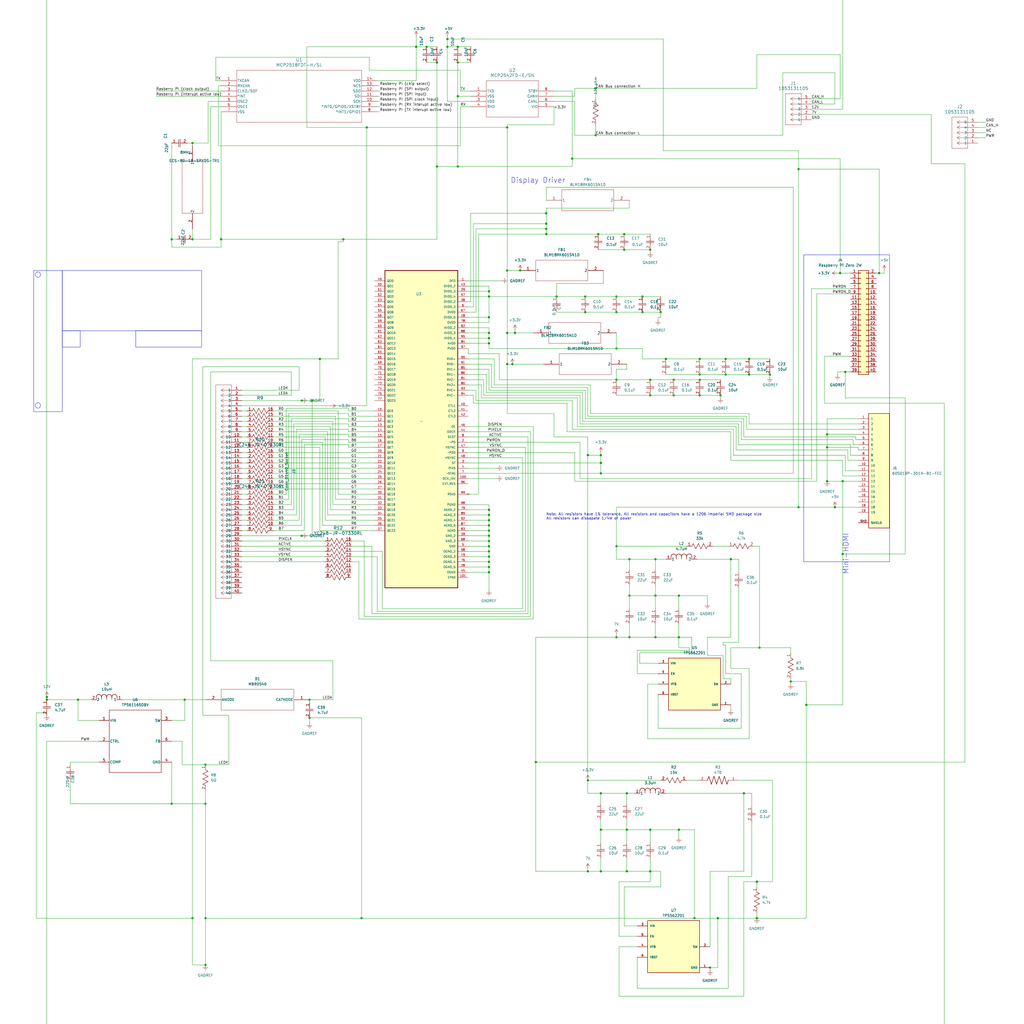
<source format=kicad_sch>
(kicad_sch (version 20231120) (generator "eeschema") (generator_version "8.0")
  (paper "User" 500 500)
  (lib_symbols
    (symbol "Connector_Generic:Conn_02x20_Odd_Even" (pin_names (offset 1.016) hide)
      (property "Reference" "J" (at 1.27 25.4 0))
      (property "Value" "Conn_02x20_Odd_Even" (at 1.27 -27.94 0))
      (symbol "Conn_02x20_Odd_Even_1_1"
        (pin passive line (at -5.08 22.86 0) (length 3.81) (name "Pin_1") (number "1"))
        (pin passive line (at 7.62 12.7 180) (length 3.81) (name "Pin_10") (number "10"))
        (pin passive line (at -5.08 10.16 0) (length 3.81) (name "Pin_11") (number "11"))
        (pin passive line (at 7.62 10.16 180) (length 3.81) (name "Pin_12") (number "12"))
        (pin passive line (at -5.08 7.62 0) (length 3.81) (name "Pin_13") (number "13"))
        (pin passive line (at 7.62 7.62 180) (length 3.81) (name "Pin_14") (number "14"))
        (pin passive line (at -5.08 5.08 0) (length 3.81) (name "Pin_15") (number "15"))
        (pin passive line (at 7.62 5.08 180) (length 3.81) (name "Pin_16") (number "16"))
        (pin passive line (at -5.08 2.54 0) (length 3.81) (name "Pin_17") (number "17"))
        (pin passive line (at 7.62 2.54 180) (length 3.81) (name "Pin_18") (number "18"))
        (pin passive line (at -5.08 0 0) (length 3.81) (name "Pin_19") (number "19"))
        (pin passive line (at 7.62 22.86 180) (length 3.81) (name "Pin_2") (number "2"))
        (pin passive line (at 7.62 0 180) (length 3.81) (name "Pin_20") (number "20"))
        (pin passive line (at -5.08 -2.54 0) (length 3.81) (name "Pin_21") (number "21"))
        (pin passive line (at 7.62 -2.54 180) (length 3.81) (name "Pin_22") (number "22"))
        (pin passive line (at -5.08 -5.08 0) (length 3.81) (name "Pin_23") (number "23"))
        (pin passive line (at 7.62 -5.08 180) (length 3.81) (name "Pin_24") (number "24"))
        (pin passive line (at -5.08 -7.62 0) (length 3.81) (name "Pin_25") (number "25"))
        (pin passive line (at 7.62 -7.62 180) (length 3.81) (name "Pin_26") (number "26"))
        (pin passive line (at -5.08 -10.16 0) (length 3.81) (name "Pin_27") (number "27"))
        (pin passive line (at 7.62 -10.16 180) (length 3.81) (name "Pin_28") (number "28"))
        (pin passive line (at -5.08 -12.7 0) (length 3.81) (name "Pin_29") (number "29"))
        (pin passive line (at -5.08 20.32 0) (length 3.81) (name "Pin_3") (number "3"))
        (pin passive line (at 7.62 -12.7 180) (length 3.81) (name "Pin_30") (number "30"))
        (pin passive line (at -5.08 -15.24 0) (length 3.81) (name "Pin_31") (number "31"))
        (pin passive line (at 7.62 -15.24 180) (length 3.81) (name "Pin_32") (number "32"))
        (pin passive line (at -5.08 -17.78 0) (length 3.81) (name "Pin_33") (number "33"))
        (pin passive line (at 7.62 -17.78 180) (length 3.81) (name "Pin_34") (number "34"))
        (pin passive line (at -5.08 -20.32 0) (length 3.81) (name "Pin_35") (number "35"))
        (pin passive line (at 7.62 -20.32 180) (length 3.81) (name "Pin_36") (number "36"))
        (pin passive line (at -5.08 -22.86 0) (length 3.81) (name "Pin_37") (number "37"))
        (pin passive line (at 7.62 -22.86 180) (length 3.81) (name "Pin_38") (number "38"))
        (pin passive line (at -5.08 -25.4 0) (length 3.81) (name "Pin_39") (number "39"))
        (pin passive line (at 7.62 20.32 180) (length 3.81) (name "Pin_4") (number "4"))
        (pin passive line (at 7.62 -25.4 180) (length 3.81) (name "Pin_40") (number "40"))
        (pin passive line (at -5.08 17.78 0) (length 3.81) (name "Pin_5") (number "5"))
        (pin passive line (at 7.62 17.78 180) (length 3.81) (name "Pin_6") (number "6"))
        (pin passive line (at -5.08 15.24 0) (length 3.81) (name "Pin_7") (number "7"))
        (pin passive line (at 7.62 15.24 180) (length 3.81) (name "Pin_8") (number "8"))
        (pin passive line (at -5.08 12.7 0) (length 3.81) (name "Pin_9") (number "9"))
      )
    )
    (symbol "CustomSymLib:1053131105" (pin_names (offset 0.254))
      (property "Reference" "J" (at 8.89 6.35 0))
      (property "Value" "1053131105" (at 0 0 0))
      (symbol "1053131105_1_1"
        (pin unspecified line (at 0 0 0) (length 5.08) (name "1") (number "1"))
        (pin unspecified line (at 0 -2.54 0) (length 5.08) (name "2") (number "2"))
        (pin unspecified line (at 0 -5.08 0) (length 5.08) (name "3") (number "3"))
        (pin unspecified line (at 0 -7.62 0) (length 5.08) (name "4") (number "4"))
        (pin unspecified line (at 0 -10.16 0) (length 5.08) (name "5") (number "5"))
      )
      (symbol "1053131105_1_2"
        (pin unspecified line (at 0 0 0) (length 5.08) (name "1") (number "1"))
        (pin unspecified line (at 0 -2.54 0) (length 5.08) (name "2") (number "2"))
        (pin unspecified line (at 0 -5.08 0) (length 5.08) (name "3") (number "3"))
        (pin unspecified line (at 0 -7.62 0) (length 5.08) (name "4") (number "4"))
        (pin unspecified line (at 0 -10.16 0) (length 5.08) (name "5") (number "5"))
      )
    )
    (symbol "CustomSymLib:1206B104K500CT" (pin_names (offset 0.254))
      (property "Reference" "C" (at 3.81 3.81 0))
      (property "Value" "1206B104K500CT" (at 3.81 -3.81 0))
      (symbol "1206B104K500CT_1_1"
        (pin unspecified line (at 0 0 0) (length 2.54) (name "") (number "1"))
        (pin unspecified line (at 7.62 0 180) (length 2.54) (name "") (number "2"))
      )
      (symbol "1206B104K500CT_1_2"
        (pin unspecified line (at 0 0 270) (length 2.54) (name "") (number "1"))
        (pin unspecified line (at 0 -7.62 90) (length 2.54) (name "") (number "2"))
      )
    )
    (symbol "CustomSymLib:60S019P-301N-B1-FEC" (pin_names (offset 1.016))
      (property "Reference" "J" (at -5.08 28.575 0))
      (property "Value" "60S019P-301N-B1-FEC" (at -5.08 -30.48 0))
      (symbol "60S019P-301N-B1-FEC_0_0"
        (pin passive line (at -10.16 25.4 0) (length 5.08) (name "1") (number "1"))
        (pin passive line (at -10.16 2.54 0) (length 5.08) (name "10") (number "10"))
        (pin passive line (at -10.16 0 0) (length 5.08) (name "11") (number "11"))
        (pin passive line (at -10.16 -2.54 0) (length 5.08) (name "12") (number "12"))
        (pin passive line (at -10.16 -5.08 0) (length 5.08) (name "13") (number "13"))
        (pin passive line (at -10.16 -7.62 0) (length 5.08) (name "14") (number "14"))
        (pin passive line (at -10.16 -10.16 0) (length 5.08) (name "15") (number "15"))
        (pin passive line (at -10.16 -12.7 0) (length 5.08) (name "16") (number "16"))
        (pin passive line (at -10.16 -15.24 0) (length 5.08) (name "17") (number "17"))
        (pin passive line (at -10.16 -17.78 0) (length 5.08) (name "18") (number "18"))
        (pin passive line (at -10.16 -20.32 0) (length 5.08) (name "19") (number "19"))
        (pin passive line (at -10.16 22.86 0) (length 5.08) (name "2") (number "2"))
        (pin passive line (at -10.16 20.32 0) (length 5.08) (name "3") (number "3"))
        (pin passive line (at -10.16 17.78 0) (length 5.08) (name "4") (number "4"))
        (pin passive line (at -10.16 15.24 0) (length 5.08) (name "5") (number "5"))
        (pin passive line (at -10.16 12.7 0) (length 5.08) (name "6") (number "6"))
        (pin passive line (at -10.16 10.16 0) (length 5.08) (name "7") (number "7"))
        (pin passive line (at -10.16 7.62 0) (length 5.08) (name "8") (number "8"))
        (pin passive line (at -10.16 5.08 0) (length 5.08) (name "9") (number "9"))
        (pin passive line (at -10.16 -25.4 0) (length 5.08) (name "SHIELD") (number "SH1"))
        (pin passive line (at -10.16 -25.4 0) (length 5.08) (name "SHIELD") (number "SH2"))
      )
    )
    (symbol "CustomSymLib:ABLS-8.000MHZ-B2-T" (pin_names (offset 0.254))
      (property "Reference" "U" (at 20.32 10.16 0))
      (property "Value" "ABLS-8.000MHZ-B2-T" (at 20.32 7.62 0))
      (symbol "ABLS-8.000MHZ-B2-T_0_1"
        (pin unspecified line (at 0 0 0) (length 7.62) (name "1") (number "1"))
        (pin unspecified line (at 40.64 0 180) (length 7.62) (name "2") (number "2"))
      )
    )
    (symbol "CustomSymLib:BLM18RK601SN1D" (pin_names (offset 0.254))
      (property "Reference" "U" (at 20.32 10.16 0))
      (property "Value" "BLM18RK601SN1D" (at 20.32 7.62 0))
      (symbol "BLM18RK601SN1D_0_1"
        (pin unspecified line (at 0 0 0) (length 7.62) (name "1") (number "1"))
        (pin unspecified line (at 40.64 0 180) (length 7.62) (name "2") (number "2"))
      )
    )
    (symbol "CustomSymLib:CF31401D0R0-05-NH" (pin_names (offset 0.254))
      (property "Reference" "J" (at 8.89 6.35 0))
      (property "Value" "CF31401D0R0-05-NH" (at 0 0 0))
      (symbol "CF31401D0R0-05-NH_1_1"
        (pin unspecified line (at 0 0 0) (length 5.08) (name "1") (number "1"))
        (pin unspecified line (at 0 -22.86 0) (length 5.08) (name "10") (number "10"))
        (pin unspecified line (at 0 -25.4 0) (length 5.08) (name "11") (number "11"))
        (pin unspecified line (at 0 -27.94 0) (length 5.08) (name "12") (number "12"))
        (pin unspecified line (at 0 -30.48 0) (length 5.08) (name "13") (number "13"))
        (pin unspecified line (at 0 -33.02 0) (length 5.08) (name "14") (number "14"))
        (pin unspecified line (at 0 -35.56 0) (length 5.08) (name "15") (number "15"))
        (pin unspecified line (at 0 -38.1 0) (length 5.08) (name "16") (number "16"))
        (pin unspecified line (at 0 -40.64 0) (length 5.08) (name "17") (number "17"))
        (pin unspecified line (at 0 -43.18 0) (length 5.08) (name "18") (number "18"))
        (pin unspecified line (at 0 -45.72 0) (length 5.08) (name "19") (number "19"))
        (pin unspecified line (at 0 -2.54 0) (length 5.08) (name "2") (number "2"))
        (pin unspecified line (at 0 -48.26 0) (length 5.08) (name "20") (number "20"))
        (pin unspecified line (at 0 -50.8 0) (length 5.08) (name "21") (number "21"))
        (pin unspecified line (at 0 -53.34 0) (length 5.08) (name "22") (number "22"))
        (pin unspecified line (at 0 -55.88 0) (length 5.08) (name "23") (number "23"))
        (pin unspecified line (at 0 -58.42 0) (length 5.08) (name "24") (number "24"))
        (pin unspecified line (at 0 -60.96 0) (length 5.08) (name "25") (number "25"))
        (pin unspecified line (at 0 -63.5 0) (length 5.08) (name "26") (number "26"))
        (pin unspecified line (at 0 -66.04 0) (length 5.08) (name "27") (number "27"))
        (pin unspecified line (at 0 -68.58 0) (length 5.08) (name "28") (number "28"))
        (pin unspecified line (at 0 -71.12 0) (length 5.08) (name "29") (number "29"))
        (pin unspecified line (at 0 -5.08 0) (length 5.08) (name "3") (number "3"))
        (pin unspecified line (at 0 -73.66 0) (length 5.08) (name "30") (number "30"))
        (pin unspecified line (at 0 -76.2 0) (length 5.08) (name "31") (number "31"))
        (pin unspecified line (at 0 -78.74 0) (length 5.08) (name "32") (number "32"))
        (pin unspecified line (at 0 -81.28 0) (length 5.08) (name "33") (number "33"))
        (pin unspecified line (at 0 -83.82 0) (length 5.08) (name "34") (number "34"))
        (pin unspecified line (at 0 -86.36 0) (length 5.08) (name "35") (number "35"))
        (pin unspecified line (at 0 -88.9 0) (length 5.08) (name "36") (number "36"))
        (pin unspecified line (at 0 -91.44 0) (length 5.08) (name "37") (number "37"))
        (pin unspecified line (at 0 -93.98 0) (length 5.08) (name "38") (number "38"))
        (pin unspecified line (at 0 -96.52 0) (length 5.08) (name "39") (number "39"))
        (pin unspecified line (at 0 -7.62 0) (length 5.08) (name "4") (number "4"))
        (pin unspecified line (at 0 -99.06 0) (length 5.08) (name "40") (number "40"))
        (pin unspecified line (at 0 -10.16 0) (length 5.08) (name "5") (number "5"))
        (pin unspecified line (at 0 -12.7 0) (length 5.08) (name "6") (number "6"))
        (pin unspecified line (at 0 -15.24 0) (length 5.08) (name "7") (number "7"))
        (pin unspecified line (at 0 -17.78 0) (length 5.08) (name "8") (number "8"))
        (pin unspecified line (at 0 -20.32 0) (length 5.08) (name "9") (number "9"))
      )
      (symbol "CF31401D0R0-05-NH_1_2"
        (pin unspecified line (at 0 0 0) (length 5.08) (name "1") (number "1"))
        (pin unspecified line (at 0 -22.86 0) (length 5.08) (name "10") (number "10"))
        (pin unspecified line (at 0 -25.4 0) (length 5.08) (name "11") (number "11"))
        (pin unspecified line (at 0 -27.94 0) (length 5.08) (name "12") (number "12"))
        (pin unspecified line (at 0 -30.48 0) (length 5.08) (name "13") (number "13"))
        (pin unspecified line (at 0 -33.02 0) (length 5.08) (name "14") (number "14"))
        (pin unspecified line (at 0 -35.56 0) (length 5.08) (name "15") (number "15"))
        (pin unspecified line (at 0 -38.1 0) (length 5.08) (name "16") (number "16"))
        (pin unspecified line (at 0 -40.64 0) (length 5.08) (name "17") (number "17"))
        (pin unspecified line (at 0 -43.18 0) (length 5.08) (name "18") (number "18"))
        (pin unspecified line (at 0 -45.72 0) (length 5.08) (name "19") (number "19"))
        (pin unspecified line (at 0 -2.54 0) (length 5.08) (name "2") (number "2"))
        (pin unspecified line (at 0 -48.26 0) (length 5.08) (name "20") (number "20"))
        (pin unspecified line (at 0 -50.8 0) (length 5.08) (name "21") (number "21"))
        (pin unspecified line (at 0 -53.34 0) (length 5.08) (name "22") (number "22"))
        (pin unspecified line (at 0 -55.88 0) (length 5.08) (name "23") (number "23"))
        (pin unspecified line (at 0 -58.42 0) (length 5.08) (name "24") (number "24"))
        (pin unspecified line (at 0 -60.96 0) (length 5.08) (name "25") (number "25"))
        (pin unspecified line (at 0 -63.5 0) (length 5.08) (name "26") (number "26"))
        (pin unspecified line (at 0 -66.04 0) (length 5.08) (name "27") (number "27"))
        (pin unspecified line (at 0 -68.58 0) (length 5.08) (name "28") (number "28"))
        (pin unspecified line (at 0 -71.12 0) (length 5.08) (name "29") (number "29"))
        (pin unspecified line (at 0 -5.08 0) (length 5.08) (name "3") (number "3"))
        (pin unspecified line (at 0 -73.66 0) (length 5.08) (name "30") (number "30"))
        (pin unspecified line (at 0 -76.2 0) (length 5.08) (name "31") (number "31"))
        (pin unspecified line (at 0 -78.74 0) (length 5.08) (name "32") (number "32"))
        (pin unspecified line (at 0 -81.28 0) (length 5.08) (name "33") (number "33"))
        (pin unspecified line (at 0 -83.82 0) (length 5.08) (name "34") (number "34"))
        (pin unspecified line (at 0 -86.36 0) (length 5.08) (name "35") (number "35"))
        (pin unspecified line (at 0 -88.9 0) (length 5.08) (name "36") (number "36"))
        (pin unspecified line (at 0 -91.44 0) (length 5.08) (name "37") (number "37"))
        (pin unspecified line (at 0 -93.98 0) (length 5.08) (name "38") (number "38"))
        (pin unspecified line (at 0 -96.52 0) (length 5.08) (name "39") (number "39"))
        (pin unspecified line (at 0 -7.62 0) (length 5.08) (name "4") (number "4"))
        (pin unspecified line (at 0 -99.06 0) (length 5.08) (name "40") (number "40"))
        (pin unspecified line (at 0 -10.16 0) (length 5.08) (name "5") (number "5"))
        (pin unspecified line (at 0 -12.7 0) (length 5.08) (name "6") (number "6"))
        (pin unspecified line (at 0 -15.24 0) (length 5.08) (name "7") (number "7"))
        (pin unspecified line (at 0 -17.78 0) (length 5.08) (name "8") (number "8"))
        (pin unspecified line (at 0 -20.32 0) (length 5.08) (name "9") (number "9"))
      )
    )
    (symbol "CustomSymLib:CL31A106MAHNNNE" (pin_names (offset 0.254))
      (property "Reference" "C" (at 3.81 3.81 0))
      (property "Value" "CL31A106MAHNNNE" (at 3.81 -3.81 0))
      (symbol "CL31A106MAHNNNE_1_1"
        (pin unspecified line (at 0 0 0) (length 2.54) (name "") (number "1"))
        (pin unspecified line (at 7.62 0 180) (length 2.54) (name "") (number "2"))
      )
      (symbol "CL31A106MAHNNNE_1_2"
        (pin unspecified line (at 0 0 270) (length 2.54) (name "") (number "1"))
        (pin unspecified line (at 0 -7.62 90) (length 2.54) (name "") (number "2"))
      )
    )
    (symbol "CustomSymLib:CL31A226MOCLNNC" (pin_names (offset 0.254))
      (property "Reference" "C" (at 3.81 3.81 0))
      (property "Value" "CL31A226MOCLNNC" (at 3.81 -3.81 0))
      (symbol "CL31A226MOCLNNC_1_1"
        (pin unspecified line (at 0 0 0) (length 2.54) (name "") (number "1"))
        (pin unspecified line (at 7.62 0 180) (length 2.54) (name "") (number "2"))
      )
      (symbol "CL31A226MOCLNNC_1_2"
        (pin unspecified line (at 0 0 270) (length 2.54) (name "") (number "1"))
        (pin unspecified line (at 0 -7.62 90) (length 2.54) (name "") (number "2"))
      )
    )
    (symbol "CustomSymLib:CL31B103KHFNFNE" (pin_names (offset 0.254))
      (property "Reference" "C" (at 3.81 3.81 0))
      (property "Value" "CL31B103KHFNFNE" (at 3.81 -3.81 0))
      (symbol "CL31B103KHFNFNE_1_1"
        (pin unspecified line (at 0 0 0) (length 2.54) (name "") (number "1"))
        (pin unspecified line (at 7.62 0 180) (length 2.54) (name "") (number "2"))
      )
      (symbol "CL31B103KHFNFNE_1_2"
        (pin unspecified line (at 0 0 270) (length 2.54) (name "") (number "1"))
        (pin unspecified line (at 0 -7.62 90) (length 2.54) (name "") (number "2"))
      )
    )
    (symbol "CustomSymLib:CL31B224KBFNNNE" (pin_names (offset 0.254))
      (property "Reference" "C" (at 3.81 3.81 0))
      (property "Value" "CL31B224KBFNNNE" (at 3.81 -3.81 0))
      (symbol "CL31B224KBFNNNE_1_1"
        (pin unspecified line (at 0 0 0) (length 2.54) (name "") (number "1"))
        (pin unspecified line (at 7.62 0 180) (length 2.54) (name "") (number "2"))
      )
      (symbol "CL31B224KBFNNNE_1_2"
        (pin unspecified line (at 0 0 270) (length 2.54) (name "") (number "1"))
        (pin unspecified line (at 0 -7.62 90) (length 2.54) (name "") (number "2"))
      )
    )
    (symbol "CustomSymLib:CL31B475KAHNNNE" (pin_names (offset 0.254))
      (property "Reference" "C" (at 3.81 3.81 0))
      (property "Value" "CL31B475KAHNNNE" (at 3.81 -3.81 0))
      (symbol "CL31B475KAHNNNE_1_1"
        (pin unspecified line (at 0 0 0) (length 2.54) (name "") (number "1"))
        (pin unspecified line (at 7.62 0 180) (length 2.54) (name "") (number "2"))
      )
      (symbol "CL31B475KAHNNNE_1_2"
        (pin unspecified line (at 0 0 270) (length 2.54) (name "") (number "1"))
        (pin unspecified line (at 0 -7.62 90) (length 2.54) (name "") (number "2"))
      )
    )
    (symbol "CustomSymLib:CL31C220JBCNNNC" (pin_names (offset 0.254))
      (property "Reference" "C" (at 3.81 3.81 0))
      (property "Value" "CL31C220JBCNNNC" (at 3.81 -3.81 0))
      (symbol "CL31C220JBCNNNC_1_1"
        (pin unspecified line (at 0 0 0) (length 2.54) (name "") (number "1"))
        (pin unspecified line (at 7.62 0 180) (length 2.54) (name "") (number "2"))
      )
      (symbol "CL31C220JBCNNNC_1_2"
        (pin unspecified line (at 0 0 270) (length 2.54) (name "") (number "1"))
        (pin unspecified line (at 0 -7.62 90) (length 2.54) (name "") (number "2"))
      )
    )
    (symbol "CustomSymLib:CRGCQ1206F470R" (pin_names (offset 1.016))
      (property "Reference" "R" (at -7.6244 2.5415 0))
      (property "Value" "CRGCQ1206F470R" (at -7.63 -5.0866 0))
      (symbol "CRGCQ1206F470R_0_0"
        (pin passive line (at -10.16 0 0) (length 5.08) (name "~") (number "1"))
        (pin passive line (at 10.16 0 180) (length 5.08) (name "~") (number "2"))
      )
    )
    (symbol "CustomSymLib:CSRT1206FT5R00" (pin_names (offset 0.254))
      (property "Reference" "R" (at 5.715 3.81 0))
      (property "Value" "CSRT1206FT5R00" (at 6.35 -3.81 0))
      (symbol "CSRT1206FT5R00_1_1"
        (pin unspecified line (at 0 0 0) (length 2.54) (name "") (number "1"))
        (pin unspecified line (at 12.7 0 180) (length 2.54) (name "") (number "2"))
      )
      (symbol "CSRT1206FT5R00_1_2"
        (pin unspecified line (at 0 12.7 270) (length 2.54) (name "") (number "1"))
        (pin unspecified line (at 0 0 90) (length 2.54) (name "") (number "2"))
      )
    )
    (symbol "CustomSymLib:LB3218T3R3M" (pin_names (offset 0.254))
      (property "Reference" "L" (at 6.985 5.08 0))
      (property "Value" "LB3218T3R3M" (at 6.985 -2.54 0))
      (symbol "LB3218T3R3M_1_1"
        (pin unspecified line (at 15.24 0 180) (length 2.54) (name "1") (number "1"))
        (pin unspecified line (at 0 0 0) (length 2.54) (name "2") (number "2"))
      )
      (symbol "LB3218T3R3M_1_2"
        (pin unspecified line (at 0 15.24 270) (length 2.54) (name "1") (number "1"))
        (pin unspecified line (at 0 0 90) (length 2.54) (name "2") (number "2"))
      )
    )
    (symbol "CustomSymLib:LB3218T4R7M" (pin_names (offset 0.254))
      (property "Reference" "L" (at 6.985 5.08 0))
      (property "Value" "LB3218T4R7M" (at 6.985 -2.54 0))
      (symbol "LB3218T4R7M_1_1"
        (pin unspecified line (at 15.24 0 180) (length 2.54) (name "1") (number "1"))
        (pin unspecified line (at 0 0 0) (length 2.54) (name "2") (number "2"))
      )
      (symbol "LB3218T4R7M_1_2"
        (pin unspecified line (at 0 15.24 270) (length 2.54) (name "1") (number "1"))
        (pin unspecified line (at 0 0 90) (length 2.54) (name "2") (number "2"))
      )
    )
    (symbol "CustomSymLib:LBR2012T100K" (pin_names (offset 0.254))
      (property "Reference" "L" (at 6.985 5.08 0))
      (property "Value" "LBR2012T100K" (at 6.985 -2.54 0))
      (symbol "LBR2012T100K_1_1"
        (pin unspecified line (at 15.24 0 180) (length 2.54) (name "1") (number "1"))
        (pin unspecified line (at 0 0 0) (length 2.54) (name "2") (number "2"))
      )
      (symbol "LBR2012T100K_1_2"
        (pin unspecified line (at 0 15.24 270) (length 2.54) (name "1") (number "1"))
        (pin unspecified line (at 0 0 90) (length 2.54) (name "2") (number "2"))
      )
    )
    (symbol "CustomSymLib:MBR0540T3G" (pin_names (offset 0.254))
      (property "Reference" "U" (at 25.4 10.16 0))
      (property "Value" "MBR0540T3G" (at 25.4 7.62 0))
      (symbol "MBR0540T3G_0_1"
        (pin unspecified line (at 0 0 0) (length 7.62) (name "CATHODE") (number "1"))
        (pin unspecified line (at 50.8 0 180) (length 7.62) (name "ANODE") (number "2"))
      )
    )
    (symbol "CustomSymLib:MCP2518FDT-H_SL" (pin_names (offset 0.254))
      (property "Reference" "U" (at 38.1 10.16 0))
      (property "Value" "MCP2518FDT-H/SL" (at 38.1 7.62 0))
      (symbol "MCP2518FDT-H_SL_0_1"
        (pin output line (at 0 0 0) (length 7.62) (name "TXCAN") (number "1"))
        (pin input line (at 76.2 -10.16 180) (length 7.62) (name "SCK") (number "10"))
        (pin input line (at 76.2 -7.62 180) (length 7.62) (name "SDI") (number "11"))
        (pin output line (at 76.2 -5.08 180) (length 7.62) (name "SDO") (number "12"))
        (pin input line (at 76.2 -2.54 180) (length 7.62) (name "NCS") (number "13"))
        (pin power_in line (at 76.2 0 180) (length 7.62) (name "VDD") (number "14"))
        (pin input line (at 0 -2.54 0) (length 7.62) (name "RXCAN") (number "2"))
        (pin output line (at 0 -5.08 0) (length 7.62) (name "CLKO/SOF") (number "3"))
        (pin output line (at 0 -7.62 0) (length 7.62) (name "*INT") (number "4"))
        (pin output line (at 0 -10.16 0) (length 7.62) (name "OSC2") (number "5"))
        (pin input line (at 0 -12.7 0) (length 7.62) (name "OSC1") (number "6"))
        (pin power_out line (at 0 -15.24 0) (length 7.62) (name "VSS") (number "7"))
        (pin bidirectional line (at 76.2 -15.24 180) (length 7.62) (name "*INT1/GPIO1") (number "8"))
        (pin bidirectional line (at 76.2 -12.7 180) (length 7.62) (name "*INT0/GPIO0/XSTBY") (number "9"))
      )
    )
    (symbol "CustomSymLib:MCP2542FD-E_SN" (pin_names (offset 0.254))
      (property "Reference" "U" (at 20.32 10.16 0))
      (property "Value" "MCP2542FD-E/SN" (at 20.32 7.62 0))
      (symbol "MCP2542FD-E_SN_0_1"
        (pin input line (at 0 0 0) (length 7.62) (name "TXD") (number "1"))
        (pin power_in line (at 0 -2.54 0) (length 7.62) (name "VSS") (number "2"))
        (pin power_in line (at 0 -5.08 0) (length 7.62) (name "VDD") (number "3"))
        (pin output line (at 0 -7.62 0) (length 7.62) (name "RXD") (number "4"))
        (pin bidirectional line (at 40.64 -7.62 180) (length 7.62) (name "VIO") (number "5"))
        (pin bidirectional line (at 40.64 -5.08 180) (length 7.62) (name "CANL") (number "6"))
        (pin bidirectional line (at 40.64 -2.54 180) (length 7.62) (name "CANH") (number "7"))
        (pin input line (at 40.64 0 180) (length 7.62) (name "STBY") (number "8"))
      )
    )
    (symbol "CustomSymLib:RC1206FR-0733KL" (pin_names (offset 0.254))
      (property "Reference" "R" (at 5.715 3.81 0))
      (property "Value" "RC1206FR-0733KL" (at 6.35 -3.81 0))
      (symbol "RC1206FR-0733KL_1_1"
        (pin unspecified line (at 12.7 0 180) (length 2.54) (name "") (number "1"))
        (pin unspecified line (at 0 0 0) (length 2.54) (name "") (number "2"))
      )
      (symbol "RC1206FR-0733KL_1_2"
        (pin unspecified line (at 0 12.7 270) (length 2.54) (name "") (number "1"))
        (pin unspecified line (at 0 0 90) (length 2.54) (name "") (number "2"))
      )
    )
    (symbol "CustomSymLib:RC1206FR-074K7L" (pin_names (offset 0.254))
      (property "Reference" "R" (at 5.715 3.81 0))
      (property "Value" "RC1206FR-074K7L" (at 6.35 -3.81 0))
      (symbol "RC1206FR-074K7L_1_1"
        (pin unspecified line (at 12.7 0 180) (length 2.54) (name "") (number "1"))
        (pin unspecified line (at 0 0 0) (length 2.54) (name "") (number "2"))
      )
      (symbol "RC1206FR-074K7L_1_2"
        (pin unspecified line (at 0 12.7 270) (length 2.54) (name "") (number "1"))
        (pin unspecified line (at 0 0 90) (length 2.54) (name "") (number "2"))
      )
    )
    (symbol "CustomSymLib:RC1206FR-076K8L" (pin_names (offset 0.254))
      (property "Reference" "R" (at 5.715 3.81 0))
      (property "Value" "RC1206FR-076K8L" (at 6.35 -3.81 0))
      (symbol "RC1206FR-076K8L_1_1"
        (pin unspecified line (at 12.7 0 180) (length 2.54) (name "") (number "1"))
        (pin unspecified line (at 0 0 0) (length 2.54) (name "") (number "2"))
      )
      (symbol "RC1206FR-076K8L_1_2"
        (pin unspecified line (at 0 12.7 270) (length 2.54) (name "") (number "1"))
        (pin unspecified line (at 0 0 90) (length 2.54) (name "") (number "2"))
      )
    )
    (symbol "CustomSymLib:RMCF1206FT120R" (pin_names (offset 0.254))
      (property "Reference" "R" (at 5.715 3.81 0))
      (property "Value" "RMCF1206FT120R" (at 6.35 -3.81 0))
      (symbol "RMCF1206FT120R_1_1"
        (pin unspecified line (at 0 0 0) (length 2.54) (name "") (number "1"))
        (pin unspecified line (at 12.7 0 180) (length 2.54) (name "") (number "2"))
      )
      (symbol "RMCF1206FT120R_1_2"
        (pin unspecified line (at 0 12.7 270) (length 2.54) (name "") (number "1"))
        (pin unspecified line (at 0 0 90) (length 2.54) (name "") (number "2"))
      )
    )
    (symbol "CustomSymLib:RMCF1206FT15K0" (pin_names (offset 0.254))
      (property "Reference" "R" (at 5.715 3.81 0))
      (property "Value" "RMCF1206FT15K0" (at 6.35 -3.81 0))
      (symbol "RMCF1206FT15K0_1_1"
        (pin unspecified line (at 0 0 0) (length 2.54) (name "") (number "1"))
        (pin unspecified line (at 12.7 0 180) (length 2.54) (name "") (number "2"))
      )
      (symbol "RMCF1206FT15K0_1_2"
        (pin unspecified line (at 0 12.7 270) (length 2.54) (name "") (number "1"))
        (pin unspecified line (at 0 0 90) (length 2.54) (name "") (number "2"))
      )
    )
    (symbol "CustomSymLib:TFP401APZPR" (pin_names (offset 1.016))
      (property "Reference" "U3" (at 1.27 62.23 0))
      (property "Value" "~" (at 0 0 0))
      (symbol "TFP401APZPR_0_0"
        (pin input line (at -22.86 68.58 0) (length 5.08) (name "DFO") (number "1"))
        (pin output line (at 22.86 5.08 180) (length 5.08) (name "QE0") (number "10"))
        (pin input line (at -22.86 -27.94 0) (length 5.08) (name "OCK_INV") (number "100"))
        (pin passive line (at -22.86 -76.2 0) (length 5.08) (name "EPAD") (number "101"))
        (pin output line (at 22.86 2.54 180) (length 5.08) (name "QE1") (number "11"))
        (pin output line (at 22.86 0 180) (length 5.08) (name "QE2") (number "12"))
        (pin output line (at 22.86 -2.54 180) (length 5.08) (name "QE3") (number "13"))
        (pin output line (at 22.86 -5.08 180) (length 5.08) (name "QE4") (number "14"))
        (pin output line (at 22.86 -7.62 180) (length 5.08) (name "QE5") (number "15"))
        (pin output line (at 22.86 -10.16 180) (length 5.08) (name "QE6") (number "16"))
        (pin output line (at 22.86 -12.7 180) (length 5.08) (name "QE7") (number "17"))
        (pin power_in line (at -22.86 50.8 0) (length 5.08) (name "OVDD_5") (number "18"))
        (pin passive line (at -22.86 -66.04 0) (length 5.08) (name "OGND_3") (number "19"))
        (pin input line (at -22.86 -10.16 0) (length 5.08) (name "~PD") (number "2"))
        (pin output line (at 22.86 -15.24 180) (length 5.08) (name "QE8") (number "20"))
        (pin output line (at 22.86 -17.78 180) (length 5.08) (name "QE9") (number "21"))
        (pin output line (at 22.86 -20.32 180) (length 5.08) (name "QE10") (number "22"))
        (pin output line (at 22.86 -22.86 180) (length 5.08) (name "QE11") (number "23"))
        (pin output line (at 22.86 -25.4 180) (length 5.08) (name "QE12") (number "24"))
        (pin output line (at 22.86 -27.94 180) (length 5.08) (name "QE13") (number "25"))
        (pin output line (at 22.86 -30.48 180) (length 5.08) (name "QE14") (number "26"))
        (pin output line (at 22.86 -33.02 180) (length 5.08) (name "QE15") (number "27"))
        (pin passive line (at -22.86 -71.12 0) (length 5.08) (name "OGND_5") (number "28"))
        (pin power_in line (at -22.86 63.5 0) (length 5.08) (name "OVDD_3") (number "29"))
        (pin input line (at -22.86 -20.32 0) (length 5.08) (name "ST") (number "3"))
        (pin output line (at 22.86 -35.56 180) (length 5.08) (name "QE16") (number "30"))
        (pin output line (at 22.86 -38.1 180) (length 5.08) (name "QE17") (number "31"))
        (pin output line (at 22.86 -40.64 180) (length 5.08) (name "QE18") (number "32"))
        (pin output line (at 22.86 -43.18 180) (length 5.08) (name "QE19") (number "33"))
        (pin output line (at 22.86 -45.72 180) (length 5.08) (name "QE20") (number "34"))
        (pin output line (at 22.86 -48.26 180) (length 5.08) (name "QE21") (number "35"))
        (pin output line (at 22.86 -50.8 180) (length 5.08) (name "QE22") (number "36"))
        (pin output line (at 22.86 -53.34 180) (length 5.08) (name "QE23") (number "37"))
        (pin power_in line (at -22.86 58.42 0) (length 5.08) (name "DVDD_2") (number "38"))
        (pin passive line (at -22.86 -55.88 0) (length 5.08) (name "GND_2") (number "39"))
        (pin input line (at -22.86 -22.86 0) (length 5.08) (name "PIXS") (number "4"))
        (pin output line (at -22.86 7.62 0) (length 5.08) (name "CTL1") (number "40"))
        (pin output line (at -22.86 5.08 0) (length 5.08) (name "CTL2") (number "41"))
        (pin output line (at -22.86 2.54 0) (length 5.08) (name "CTL3") (number "42"))
        (pin power_in line (at -22.86 66.04 0) (length 5.08) (name "OVDD_2") (number "43"))
        (pin output line (at -22.86 -5.08 0) (length 5.08) (name "ODCK") (number "44"))
        (pin passive line (at -22.86 -73.66 0) (length 5.08) (name "OGND") (number "45"))
        (pin output line (at -22.86 -2.54 0) (length 5.08) (name "DE") (number "46"))
        (pin output line (at -22.86 -12.7 0) (length 5.08) (name "VSYNC") (number "47"))
        (pin output line (at -22.86 -17.78 0) (length 5.08) (name "HSYNC") (number "48"))
        (pin output line (at 22.86 68.58 180) (length 5.08) (name "QO0") (number "49"))
        (pin passive line (at -22.86 -60.96 0) (length 5.08) (name "GND") (number "5"))
        (pin output line (at 22.86 66.04 180) (length 5.08) (name "QO1") (number "50"))
        (pin output line (at 22.86 63.5 180) (length 5.08) (name "QO2") (number "51"))
        (pin output line (at 22.86 60.96 180) (length 5.08) (name "QO3") (number "52"))
        (pin output line (at 22.86 58.42 180) (length 5.08) (name "QO4") (number "53"))
        (pin output line (at 22.86 55.88 180) (length 5.08) (name "QO5") (number "54"))
        (pin output line (at 22.86 53.34 180) (length 5.08) (name "QO6") (number "55"))
        (pin output line (at 22.86 50.8 180) (length 5.08) (name "QO7") (number "56"))
        (pin power_in line (at -22.86 60.96 0) (length 5.08) (name "OVDD_4") (number "57"))
        (pin passive line (at -22.86 -63.5 0) (length 5.08) (name "OGND_2") (number "58"))
        (pin output line (at 22.86 48.26 180) (length 5.08) (name "QO8") (number "59"))
        (pin power_in line (at -22.86 55.88 0) (length 5.08) (name "DVDD_3") (number "6"))
        (pin output line (at 22.86 45.72 180) (length 5.08) (name "QO9") (number "60"))
        (pin output line (at 22.86 43.18 180) (length 5.08) (name "QO10") (number "61"))
        (pin output line (at 22.86 40.64 180) (length 5.08) (name "QO11") (number "62"))
        (pin output line (at 22.86 38.1 180) (length 5.08) (name "QO12") (number "63"))
        (pin output line (at 22.86 35.56 180) (length 5.08) (name "QO13") (number "64"))
        (pin output line (at 22.86 33.02 180) (length 5.08) (name "QO14") (number "65"))
        (pin output line (at 22.86 30.48 180) (length 5.08) (name "QO15") (number "66"))
        (pin power_in line (at -22.86 53.34 0) (length 5.08) (name "DVDD") (number "67"))
        (pin passive line (at -22.86 -58.42 0) (length 5.08) (name "GND_3") (number "68"))
        (pin output line (at 22.86 27.94 180) (length 5.08) (name "QO16") (number "69"))
        (pin input line (at -22.86 -25.4 0) (length 5.08) (name "~STAG") (number "7"))
        (pin output line (at 22.86 25.4 180) (length 5.08) (name "QO17") (number "70"))
        (pin output line (at 22.86 22.86 180) (length 5.08) (name "QO18") (number "71"))
        (pin output line (at 22.86 20.32 180) (length 5.08) (name "QO19") (number "72"))
        (pin output line (at 22.86 17.78 180) (length 5.08) (name "QO20") (number "73"))
        (pin output line (at 22.86 15.24 180) (length 5.08) (name "QO21") (number "74"))
        (pin output line (at 22.86 12.7 180) (length 5.08) (name "QO22") (number "75"))
        (pin passive line (at -22.86 -68.58 0) (length 5.08) (name "OGND_4") (number "76"))
        (pin output line (at 22.86 10.16 180) (length 5.08) (name "QO23") (number "77"))
        (pin power_in line (at -22.86 48.26 0) (length 5.08) (name "OVDD") (number "78"))
        (pin passive line (at -22.86 -43.18 0) (length 5.08) (name "AGND_2") (number "79"))
        (pin output line (at -22.86 -7.62 0) (length 5.08) (name "SCDT") (number "8"))
        (pin input line (at -22.86 17.78 0) (length 5.08) (name "RX2+") (number "80"))
        (pin input line (at -22.86 20.32 0) (length 5.08) (name "RX2-") (number "81"))
        (pin power_in line (at -22.86 45.72 0) (length 5.08) (name "AVDD_2") (number "82"))
        (pin passive line (at -22.86 -53.34 0) (length 5.08) (name "AGND") (number "83"))
        (pin power_in line (at -22.86 38.1 0) (length 5.08) (name "AVDD") (number "84"))
        (pin input line (at -22.86 25.4 0) (length 5.08) (name "RX1+") (number "85"))
        (pin input line (at -22.86 22.86 0) (length 5.08) (name "RX1-") (number "86"))
        (pin passive line (at -22.86 -50.8 0) (length 5.08) (name "AGND_5") (number "87"))
        (pin power_in line (at -22.86 43.18 0) (length 5.08) (name "AVDD_3") (number "88"))
        (pin passive line (at -22.86 -45.72 0) (length 5.08) (name "AGND_3") (number "89"))
        (pin input line (at -22.86 -15.24 0) (length 5.08) (name "~PDO") (number "9"))
        (pin input line (at -22.86 30.48 0) (length 5.08) (name "RX0+") (number "90"))
        (pin input line (at -22.86 27.94 0) (length 5.08) (name "RX0-") (number "91"))
        (pin passive line (at -22.86 -48.26 0) (length 5.08) (name "AGND_4") (number "92"))
        (pin input line (at -22.86 15.24 0) (length 5.08) (name "RXC+") (number "93"))
        (pin input line (at -22.86 12.7 0) (length 5.08) (name "RXC-") (number "94"))
        (pin power_in line (at -22.86 40.64 0) (length 5.08) (name "AVDD_4") (number "95"))
        (pin input line (at -22.86 -30.48 0) (length 5.08) (name "EXT_RES") (number "96"))
        (pin power_in line (at -22.86 35.56 0) (length 5.08) (name "PVDD") (number "97"))
        (pin passive line (at -22.86 -40.64 0) (length 5.08) (name "PGND") (number "98"))
        (pin no_connect line (at -22.86 -35.56 0) (length 5.08) (name "RSVD") (number "99"))
      )
    )
    (symbol "CustomSymLib:TPS562201DDCR" (pin_names (offset 1.016))
      (property "Reference" "U" (at -12.7 13.7 0))
      (property "Value" "TPS562201DDCR" (at -12.7 -16.7 0))
      (symbol "TPS562201DDCR_0_0"
        (pin power_in line (at 17.78 -10.16 180) (length 5.08) (name "GND") (number "1"))
        (pin bidirectional line (at 17.78 0 180) (length 5.08) (name "SW") (number "2"))
        (pin power_in line (at -17.78 10.16 0) (length 5.08) (name "VIN") (number "3"))
        (pin input line (at -17.78 0 0) (length 5.08) (name "VFB") (number "4"))
        (pin input line (at -17.78 5.08 0) (length 5.08) (name "EN") (number "5"))
        (pin input line (at -17.78 -5.08 0) (length 5.08) (name "VBST") (number "6"))
      )
    )
    (symbol "CustomSymLib:TPS61165DBVR" (pin_names (offset 0.254))
      (property "Reference" "U" (at 0 2.54 0))
      (property "Value" "TPS61165DBVR" (at 0 0 0))
      (symbol "TPS61165DBVR_0_1"
        (pin power_in line (at -17.78 10.16 0) (length 5.08) (name "VIN") (number "1"))
        (pin input line (at -17.78 0 0) (length 5.08) (name "CTRL") (number "2"))
        (pin power_in line (at 17.78 10.16 180) (length 5.08) (name "SW") (number "3"))
        (pin power_in line (at 17.78 -10.16 180) (length 5.08) (name "GND") (number "4"))
        (pin output line (at -17.78 -10.16 0) (length 5.08) (name "COMP") (number "5"))
        (pin input line (at 17.78 0 180) (length 5.08) (name "FB") (number "6"))
      )
    )
    (symbol "CustomSymLib:YC248-JR-07330RL" (pin_names (offset 0.254))
      (property "Reference" "R" (at 5.715 3.81 0))
      (property "Value" "YC248-JR-07330RL" (at 6.096 6.096 0))
      (symbol "YC248-JR-07330RL_1_1"
        (pin unspecified line (at 0 0 0) (length 2.54) (name "") (number "1"))
        (pin unspecified line (at 12.7 -15.24 180) (length 2.54) (name "") (number "10"))
        (pin unspecified line (at 12.7 -12.7 180) (length 2.54) (name "") (number "11"))
        (pin unspecified line (at 12.7 -10.16 180) (length 2.54) (name "") (number "12"))
        (pin unspecified line (at 12.7 -7.62 180) (length 2.54) (name "") (number "13"))
        (pin unspecified line (at 12.7 -5.08 180) (length 2.54) (name "") (number "14"))
        (pin unspecified line (at 12.7 -2.54 180) (length 2.54) (name "") (number "15"))
        (pin unspecified line (at 12.7 0 180) (length 2.54) (name "") (number "16"))
        (pin unspecified line (at 0 -2.54 0) (length 2.54) (name "") (number "2"))
        (pin unspecified line (at 0 -5.08 0) (length 2.54) (name "") (number "3"))
        (pin unspecified line (at 0 -7.62 0) (length 2.54) (name "") (number "4"))
        (pin unspecified line (at 0 -10.16 0) (length 2.54) (name "") (number "5"))
        (pin unspecified line (at 0 -12.7 0) (length 2.54) (name "") (number "6"))
        (pin unspecified line (at 0 -15.24 0) (length 2.54) (name "") (number "7"))
        (pin unspecified line (at 0 -17.78 0) (length 2.54) (name "") (number "8"))
        (pin unspecified line (at 12.7 -17.78 180) (length 2.54) (name "") (number "9"))
      )
      (symbol "YC248-JR-07330RL_1_2"
        (pin unspecified line (at 0 12.7 270) (length 2.54) (name "") (number "1"))
        (pin unspecified line (at 0 0 90) (length 2.54) (name "") (number "2"))
      )
    )
    (symbol "power:+3.3V" (power) (pin_names (offset 0))
      (property "Value" "+3.3V" (at 0 3.556 0))
      (symbol "+3.3V_1_1"
        (pin power_in line (at 0 0 90) (length 0) hide (name "+3.3V") (number "1"))
      )
    )
    (symbol "power:+5V" (power) (pin_names (offset 0))
      (property "Value" "+5V" (at 0 3.556 0))
      (symbol "+5V_1_1"
        (pin power_in line (at 0 0 90) (length 0) hide (name "+5V") (number "1"))
      )
    )
    (symbol "power:GNDREF" (power) (pin_names (offset 0))
      (property "Value" "GNDREF" (at 0 -3.81 0))
      (symbol "GNDREF_1_1"
        (pin power_in line (at 0 0 270) (length 0) hide (name "GNDREF") (number "1"))
      )
    )
    (symbol "power:VCC" (power) (pin_names (offset 0))
      (property "Value" "VCC" (at 0 3.81 0))
      (symbol "VCC_1_1"
        (pin power_in line (at 0 0 90) (length 0) hide (name "VCC") (number "1"))
      )
    )
    (symbol "power:VDD" (power) (pin_numbers hide) (pin_names (offset 0) hide)
      (property "Value" "VDD" (at 0 3.556 0))
      (symbol "VDD_1_1"
        (pin power_in line (at 0 0 90) (length 0) (name "~") (number "1"))
      )
    )
  )
  (junction (at 322.58 152.4))
  (junction (at 238.76 276.86))
  (junction (at 22.86 341.63))
  (junction (at 293.37 387.35))
  (junction (at 266.7 114.3))
  (junction (at 293.37 405.13))
  (junction (at 107.95 116.84))
  (junction (at 100.33 392.43))
  (junction (at 331.47 405.13))
  (junction (at 411.48 234.95))
  (junction (at 238.76 279.4))
  (junction (at 293.37 226.06))
  (junction (at 238.76 251.46))
  (junction (at 167.64 116.84))
  (junction (at 393.7 344.17))
  (junction (at 100.33 373.38))
  (junction (at 375.92 182.88))
  (junction (at 320.04 273.05))
  (junction (at 365.76 182.88))
  (junction (at 389.89 82.55))
  (junction (at 38.1 341.63))
  (junction (at 238.76 142.24))
  (junction (at 320.04 290.83))
  (junction (at 238.76 259.08))
  (junction (at 317.5 405.13))
  (junction (at 238.76 248.92))
  (junction (at 412.75 181.61))
  (junction (at 354.33 175.26))
  (junction (at 100.33 448.31))
  (junction (at 279.4 77.47))
  (junction (at 250.19 177.8))
  (junction (at 271.78 144.78))
  (junction (at 266.7 104.14))
  (junction (at 238.76 154.94))
  (junction (at 238.76 254))
  (junction (at 354.33 182.88))
  (junction (at 300.99 144.78))
  (junction (at 403.86 234.95))
  (junction (at 100.33 471.17))
  (junction (at 93.98 116.84))
  (junction (at 238.76 264.16))
  (junction (at 331.47 311.15))
  (junction (at 22.86 340.36))
  (junction (at 218.44 22.86))
  (junction (at 285.75 152.4))
  (junction (at 251.46 162.56))
  (junction (at 285.75 144.78))
  (junction (at 147.32 261.62))
  (junction (at 266.7 109.22))
  (junction (at 83.82 116.84))
  (junction (at 208.28 22.86))
  (junction (at 238.76 144.78))
  (junction (at 290.83 43.18))
  (junction (at 238.76 167.64))
  (junction (at 306.07 425.45))
  (junction (at 300.99 311.15))
  (junction (at 293.37 425.45))
  (junction (at 306.07 405.13))
  (junction (at 292.1 114.3))
  (junction (at 403.86 218.44))
  (junction (at 179.07 62.23))
  (junction (at 407.67 247.65))
  (junction (at 403.86 212.09))
  (junction (at 238.76 269.24))
  (junction (at 223.52 30.48))
  (junction (at 152.4 195.58))
  (junction (at 429.26 133.35))
  (junction (at 304.8 114.3))
  (junction (at 290.83 66.04))
  (junction (at 293.37 231.14))
  (junction (at 346.71 472.44))
  (junction (at 93.98 69.85))
  (junction (at 328.93 185.42))
  (junction (at 317.5 425.45))
  (junction (at 151.13 350.52))
  (junction (at 369.57 448.31))
  (junction (at 300.99 185.42))
  (junction (at 328.93 193.04))
  (junction (at 223.52 46.99))
  (junction (at 254 132.08))
  (junction (at 317.5 121.92))
  (junction (at 223.52 81.28))
  (junction (at 339.09 448.31))
  (junction (at 313.69 152.4))
  (junction (at 238.76 266.7))
  (junction (at 261.62 372.11))
  (junction (at 389.89 247.65))
  (junction (at 313.69 144.78))
  (junction (at 307.34 311.15))
  (junction (at 287.02 222.25))
  (junction (at 320.04 311.15))
  (junction (at 203.2 22.86))
  (junction (at 317.5 193.04))
  (junction (at 386.08 332.74))
  (junction (at 341.63 175.26))
  (junction (at 300.99 266.7))
  (junction (at 247.65 132.08))
  (junction (at 213.36 30.48))
  (junction (at 83.82 392.43))
  (junction (at 238.76 256.54))
  (junction (at 317.5 185.42))
  (junction (at 156.21 175.26))
  (junction (at 238.76 162.56))
  (junction (at 365.76 175.26))
  (junction (at 213.36 81.28))
  (junction (at 93.98 448.31))
  (junction (at 293.37 222.25))
  (junction (at 300.99 170.18))
  (junction (at 369.57 430.53))
  (junction (at 363.22 387.35))
  (junction (at 306.07 387.35))
  (junction (at 307.34 273.05))
  (junction (at 370.84 316.23))
  (junction (at 238.76 261.62))
  (junction (at 341.63 182.88))
  (junction (at 351.79 193.04))
  (junction (at 341.63 185.42))
  (junction (at 410.21 133.35))
  (junction (at 90.17 341.63))
  (junction (at 300.99 152.4))
  (junction (at 223.52 22.86))
  (junction (at 247.65 162.56))
  (junction (at 218.44 19.05))
  (junction (at 325.12 175.26))
  (junction (at 287.02 425.45))
  (junction (at 247.65 177.8))
  (junction (at 331.47 290.83))
  (junction (at 304.8 121.92))
  (junction (at 307.34 290.83))
  (junction (at 147.32 195.58))
  (junction (at 247.65 62.23))
  (junction (at 350.52 448.31))
  (junction (at 238.76 271.78))
  (junction (at 266.7 111.76))
  (junction (at 287.02 381))
  (junction (at 356.87 273.05))
  (junction (at 238.76 274.32))
  (junction (at 176.53 448.31))
  (junction (at 151.13 341.63))
  (junction (at 341.63 193.04))
  (junction (at 411.48 270.51))
  (junction (at 238.76 165.1))
  (wire (pts (xy 411.48 -24.13) (xy 411.48 53.34)))
  (wire (pts (xy 160.02 251.46) (xy 182.88 251.46)))
  (wire (pts (xy 133.35 233.68) (xy 182.88 233.68)))
  (wire (pts (xy 306.07 180.34) (xy 300.99 180.34)))
  (wire (pts (xy 293.37 419.1) (xy 293.37 425.45)))
  (wire (pts (xy 312.42 323.85) (xy 321.31 323.85)))
  (wire (pts (xy 331.47 405.13) (xy 317.5 405.13)))
  (wire (pts (xy 177.8 300.99) (xy 177.8 264.16)))
  (wire (pts (xy 229.87 104.14) (xy 266.7 104.14)))
  (wire (pts (xy 283.21 207.01) (xy 360.68 207.01)))
  (wire (pts (xy 331.47 290.83) (xy 331.47 297.18)))
  (wire (pts (xy 171.45 271.78) (xy 184.15 271.78)))
  (wire (pts (xy 257.81 213.36) (xy 257.81 299.72)))
  (wire (pts (xy 276.86 210.82) (xy 356.87 210.82)))
  (wire (pts (xy 93.98 471.17) (xy 100.33 471.17)))
  (wire (pts (xy 231.14 149.86) (xy 228.6 149.86)))
  (wire (pts (xy 416.56 214.63) (xy 416.56 217.17)))
  (wire (pts (xy 133.35 226.06) (xy 182.88 226.06)))
  (wire (pts (xy 266.7 91.44) (xy 387.35 91.44)))
  (wire (pts (xy 238.76 261.62) (xy 238.76 264.16)))
  (wire (pts (xy 307.34 278.13) (xy 307.34 273.05)))
  (wire (pts (xy 228.6 274.32) (xy 238.76 274.32)))
  (wire (pts (xy 293.37 231.14) (xy 293.37 226.06)))
  (wire (pts (xy 356.87 344.17) (xy 356.87 346.71)))
  (wire (pts (xy 118.11 200.66) (xy 120.65 200.66)))
  (wire (pts (xy 133.35 254) (xy 146.05 254)))
  (wire (pts (xy 238.76 269.24) (xy 238.76 271.78)))
  (wire (pts (xy 331.47 408.94) (xy 331.47 405.13)))
  (wire (pts (xy 228.6 180.34) (xy 238.76 180.34)))
  (wire (pts (xy 22.86 340.36) (xy 22.86 341.63)))
  (wire (pts (xy 151.13 342.9) (xy 151.13 341.63)))
  (wire (pts (xy 431.8 132.08) (xy 431.8 133.35)))
  (wire (pts (xy 93.98 69.85) (xy 101.6 69.85)))
  (wire (pts (xy 368.3 266.7) (xy 370.84 266.7)))
  (wire (pts (xy 313.69 152.4) (xy 322.58 152.4)))
  (wire (pts (xy 256.54 218.44) (xy 256.54 298.45)))
  (wire (pts (xy 341.63 182.88) (xy 354.33 182.88)))
  (wire (pts (xy 184.15 298.45) (xy 184.15 271.78)))
  (wire (pts (xy 403.86 204.47) (xy 419.1 204.47)))
  (wire (pts (xy 359.41 208.28) (xy 359.41 219.71)))
  (wire (pts (xy 147.32 195.58) (xy 152.4 195.58)))
  (wire (pts (xy 355.6 482.6) (xy 311.15 482.6)))
  (wire (pts (xy 99.06 349.25) (xy 99.06 179.07)))
  (wire (pts (xy 306.07 405.13) (xy 306.07 411.48)))
  (wire (pts (xy 309.88 387.35) (xy 306.07 387.35)))
  (wire (pts (xy 165.1 200.66) (xy 165.1 241.3)))
  (wire (pts (xy 223.52 46.99) (xy 223.52 81.28)))
  (wire (pts (xy 270.51 44.45) (xy 279.4 44.45)))
  (wire (pts (xy 320.04 290.83) (xy 320.04 297.18)))
  (wire (pts (xy 287.02 213.36) (xy 270.51 213.36)))
  (wire (pts (xy 133.35 259.08) (xy 148.59 259.08)))
  (wire (pts (xy 228.6 208.28) (xy 260.35 208.28)))
  (wire (pts (xy 22.86 361.95) (xy 22.86 510.54)))
  (wire (pts (xy 118.11 238.76) (xy 120.65 238.76)))
  (wire (pts (xy 83.82 392.43) (xy 100.33 392.43)))
  (wire (pts (xy 93.98 116.84) (xy 102.87 116.84)))
  (wire (pts (xy 133.35 241.3) (xy 139.7 241.3)))
  (wire (pts (xy 228.6 187.96) (xy 234.95 187.96)))
  (wire (pts (xy 325.12 175.26) (xy 341.63 175.26)))
  (wire (pts (xy 133.35 251.46) (xy 144.78 251.46)))
  (wire (pts (xy 247.65 177.8) (xy 247.65 162.56)))
  (wire (pts (xy 34.29 392.43) (xy 83.82 392.43)))
  (wire (pts (xy 147.32 261.62) (xy 152.4 261.62)))
  (wire (pts (xy 213.36 81.28) (xy 223.52 81.28)))
  (wire (pts (xy 259.08 300.99) (xy 177.8 300.99)))
  (wire (pts (xy 118.11 210.82) (xy 120.65 210.82)))
  (wire (pts (xy 101.6 49.53) (xy 101.6 69.85)))
  (wire (pts (xy 231.14 109.22) (xy 231.14 149.86)))
  (wire (pts (xy 228.6 185.42) (xy 236.22 185.42)))
  (wire (pts (xy 307.34 273.05) (xy 320.04 273.05)))
  (wire (pts (xy 281.94 194.31) (xy 281.94 208.28)))
  (wire (pts (xy 171.45 269.24) (xy 186.69 269.24)))
  (wire (pts (xy 238.76 170.18) (xy 300.99 170.18)))
  (wire (pts (xy 287.02 424.18) (xy 287.02 425.45)))
  (wire (pts (xy 160.02 210.82) (xy 160.02 251.46)))
  (wire (pts (xy 152.4 261.62) (xy 152.4 195.58)))
  (wire (pts (xy 238.76 139.7) (xy 238.76 142.24)))
  (wire (pts (xy 396.24 233.68) (xy 396.24 140.97)))
  (wire (pts (xy 307.34 311.15) (xy 300.99 311.15)))
  (wire (pts (xy 300.99 273.05) (xy 307.34 273.05)))
  (wire (pts (xy 251.46 162.56) (xy 251.46 161.29)))
  (wire (pts (xy 238.76 248.92) (xy 238.76 251.46)))
  (wire (pts (xy 148.59 217.17) (xy 170.18 217.17)))
  (wire (pts (xy 322.58 425.45) (xy 322.58 433.07)))
  (wire (pts (xy 290.83 43.18) (xy 290.83 48.26)))
  (wire (pts (xy 322.58 152.4) (xy 322.58 154.94)))
  (wire (pts (xy 369.57 430.53) (xy 369.57 433.07)))
  (wire (pts (xy 203.2 22.86) (xy 149.86 22.86)))
  (wire (pts (xy 151.13 341.63) (xy 162.56 341.63)))
  (wire (pts (xy 429.26 133.35) (xy 429.26 82.55)))
  (wire (pts (xy 238.76 154.94) (xy 228.6 154.94)))
  (wire (pts (xy 118.11 236.22) (xy 120.65 236.22)))
  (wire (pts (xy 118.11 208.28) (xy 120.65 208.28)))
  (wire (pts (xy 118.11 261.62) (xy 147.32 261.62)))
  (wire (pts (xy 396.24 140.97) (xy 415.29 140.97)))
  (wire (pts (xy 118.11 259.08) (xy 120.65 259.08)))
  (wire (pts (xy 287.02 222.25) (xy 293.37 222.25)))
  (wire (pts (xy 302.26 462.28) (xy 311.15 462.28)))
  (wire (pts (xy 477.52 62.23) (xy 481.33 62.23)))
  (wire (pts (xy 293.37 405.13) (xy 293.37 411.48)))
  (wire (pts (xy 146.05 254) (xy 146.05 212.09)))
  (wire (pts (xy 146.05 179.07) (xy 146.05 190.5)))
  (wire (pts (xy 238.76 160.02) (xy 238.76 162.56)))
  (wire (pts (xy 93.98 111.76) (xy 93.98 116.84)))
  (wire (pts (xy 403.86 218.44) (xy 419.1 218.44)))
  (wire (pts (xy 247.65 62.23) (xy 247.65 60.96)))
  (wire (pts (xy 300.99 152.4) (xy 313.69 152.4)))
  (wire (pts (xy 307.34 285.75) (xy 307.34 290.83)))
  (wire (pts (xy 93.98 69.85) (xy 93.98 71.12)))
  (wire (pts (xy 356.87 316.23) (xy 370.84 316.23)))
  (wire (pts (xy 139.7 199.39) (xy 170.18 199.39)))
  (wire (pts (xy 270.51 52.07) (xy 270.51 60.96)))
  (wire (pts (xy 170.18 201.93) (xy 170.18 203.2)))
  (wire (pts (xy 22.86 -24.13) (xy 22.86 340.36)))
  (wire (pts (xy 102.87 52.07) (xy 102.87 116.84)))
  (wire (pts (xy 261.62 372.11) (xy 471.17 372.11)))
  (wire (pts (xy 407.67 247.65) (xy 419.1 247.65)))
  (wire (pts (xy 118.11 223.52) (xy 120.65 223.52)))
  (wire (pts (xy 300.99 247.65) (xy 300.99 266.7)))
  (wire (pts (xy 88.9 361.95) (xy 88.9 373.38)))
  (wire (pts (xy 238.76 256.54) (xy 238.76 259.08)))
  (wire (pts (xy 325.12 182.88) (xy 341.63 182.88)))
  (wire (pts (xy 320.04 304.8) (xy 320.04 311.15)))
  (wire (pts (xy 213.36 30.48) (xy 213.36 81.28)))
  (wire (pts (xy 403.86 212.09) (xy 403.86 204.47)))
  (wire (pts (xy 287.02 381) (xy 322.58 381)))
  (wire (pts (xy 256.54 298.45) (xy 184.15 298.45)))
  (wire (pts (xy 283.21 215.9) (xy 283.21 233.68)))
  (wire (pts (xy 356.87 210.82) (xy 356.87 224.79)))
  (wire (pts (xy 414.02 219.71) (xy 414.02 224.79)))
  (wire (pts (xy 228.6 248.92) (xy 238.76 248.92)))
  (wire (pts (xy 358.14 222.25) (xy 412.75 222.25)))
  (wire (pts (xy 88.9 373.38) (xy 100.33 373.38)))
  (wire (pts (xy 165.1 241.3) (xy 182.88 241.3)))
  (wire (pts (xy 396.24 55.88) (xy 454.66 55.88)))
  (wire (pts (xy 441.96 194.31) (xy 441.96 270.51)))
  (wire (pts (xy 285.75 190.5) (xy 285.75 204.47)))
  (wire (pts (xy 146.05 212.09) (xy 170.18 212.09)))
  (wire (pts (xy 386.08 316.23) (xy 386.08 318.77)))
  (wire (pts (xy 102.87 52.07) (xy 107.95 52.07)))
  (wire (pts (xy 341.63 175.26) (xy 354.33 175.26)))
  (wire (pts (xy 118.11 190.5) (xy 146.05 190.5)))
  (wire (pts (xy 157.48 215.9) (xy 157.48 256.54)))
  (wire (pts (xy 175.26 302.26) (xy 175.26 274.32)))
  (wire (pts (xy 331.47 311.15) (xy 331.47 316.23)))
  (wire (pts (xy 93.98 175.26) (xy 93.98 448.31)))
  (wire (pts (xy 412.75 229.87) (xy 419.1 229.87)))
  (wire (pts (xy 118.11 198.12) (xy 161.29 198.12)))
  (wire (pts (xy 147.32 256.54) (xy 147.32 214.63)))
  (wire (pts (xy 106.68 71.12) (xy 224.79 71.12)))
  (wire (pts (xy 347.98 266.7) (xy 355.6 266.7)))
  (wire (pts (xy 17.78 448.31) (xy 93.98 448.31)))
  (wire (pts (xy 293.37 425.45) (xy 306.07 425.45)))
  (wire (pts (xy 386.08 332.74) (xy 386.08 334.01)))
  (wire (pts (xy 386.08 316.23) (xy 370.84 316.23)))
  (wire (pts (xy 247.65 177.8) (xy 250.19 177.8)))
  (wire (pts (xy 59.69 341.63) (xy 90.17 341.63)))
  (wire (pts (xy 411.48 270.51) (xy 411.48 344.17)))
  (wire (pts (xy 337.82 311.15) (xy 337.82 318.77)))
  (wire (pts (xy 323.85 19.05) (xy 218.44 19.05)))
  (wire (pts (xy 133.35 238.76) (xy 182.88 238.76)))
  (wire (pts (xy 228.6 259.08) (xy 238.76 259.08)))
  (wire (pts (xy 287.02 381) (xy 287.02 222.25)))
  (wire (pts (xy 237.49 182.88) (xy 237.49 191.77)))
  (wire (pts (xy 321.31 154.94) (xy 321.31 156.21)))
  (wire (pts (xy 111.76 373.38) (xy 111.76 349.25)))
  (wire (pts (xy 228.6 172.72) (xy 243.84 172.72)))
  (wire (pts (xy 411.48 224.79) (xy 411.48 232.41)))
  (wire (pts (xy 365.76 207.01) (xy 419.1 207.01)))
  (wire (pts (xy 228.6 160.02) (xy 238.76 160.02)))
  (wire (pts (xy 417.83 214.63) (xy 419.1 214.63)))
  (wire (pts (xy 408.94 133.35) (xy 410.21 133.35)))
  (wire (pts (xy 185.42 41.91) (xy 184.15 41.91)))
  (wire (pts (xy 300.99 309.88) (xy 300.99 311.15)))
  (wire (pts (xy 228.6 218.44) (xy 256.54 218.44)))
  (wire (pts (xy 321.31 355.6) (xy 321.31 339.09)))
  (wire (pts (xy 402.59 173.99) (xy 402.59 196.85)))
  (wire (pts (xy 118.11 271.78) (xy 158.75 271.78)))
  (wire (pts (xy 238.76 167.64) (xy 238.76 165.1)))
  (wire (pts (xy 118.11 228.6) (xy 120.65 228.6)))
  (wire (pts (xy 228.6 228.6) (xy 242.57 228.6)))
  (wire (pts (xy 367.03 387.35) (xy 367.03 393.7)))
  (wire (pts (xy 270.51 201.93) (xy 247.65 201.93)))
  (wire (pts (xy 228.6 254) (xy 238.76 254)))
  (wire (pts (xy 232.41 111.76) (xy 266.7 111.76)))
  (wire (pts (xy 410.21 133.35) (xy 410.21 77.47)))
  (wire (pts (xy 179.07 62.23) (xy 247.65 62.23)))
  (wire (pts (xy 238.76 190.5) (xy 285.75 190.5)))
  (wire (pts (xy 415.29 222.25) (xy 419.1 222.25)))
  (wire (pts (xy 133.35 208.28) (xy 161.29 208.28)))
  (wire (pts (xy 316.23 334.01) (xy 321.31 334.01)))
  (wire (pts (xy 408.94 182.88) (xy 408.94 181.61)))
  (wire (pts (xy 171.45 274.32) (xy 175.26 274.32)))
  (wire (pts (xy 293.37 222.25) (xy 293.37 226.06)))
  (wire (pts (xy 38.1 351.79) (xy 38.1 341.63)))
  (wire (pts (xy 156.21 175.26) (xy 93.98 175.26)))
  (wire (pts (xy 133.35 231.14) (xy 182.88 231.14)))
  (wire (pts (xy 287.02 381) (xy 287.02 387.35)))
  (wire (pts (xy 341.63 185.42) (xy 351.79 185.42)))
  (wire (pts (xy 290.83 60.96) (xy 290.83 66.04)))
  (wire (pts (xy 339.09 448.31) (xy 176.53 448.31)))
  (wire (pts (xy 353.06 313.69) (xy 360.68 313.69)))
  (wire (pts (xy 313.69 175.26) (xy 313.69 170.18)))
  (wire (pts (xy 243.84 185.42) (xy 300.99 185.42)))
  (wire (pts (xy 304.8 121.92) (xy 317.5 121.92)))
  (wire (pts (xy 238.76 154.94) (xy 238.76 157.48)))
  (wire (pts (xy 250.19 177.8) (xy 265.43 177.8)))
  (wire (pts (xy 356.87 331.47) (xy 356.87 334.01)))
  (wire (pts (xy 290.83 66.04) (xy 382.27 66.04)))
  (wire (pts (xy 143.51 248.92) (xy 143.51 207.01)))
  (wire (pts (xy 228.6 193.04) (xy 231.14 193.04)))
  (wire (pts (xy 302.26 486.41) (xy 302.26 462.28)))
  (wire (pts (xy 255.27 223.52) (xy 255.27 297.18)))
  (wire (pts (xy 365.76 326.39) (xy 365.76 360.68)))
  (wire (pts (xy 224.79 71.12) (xy 224.79 52.07)))
  (wire (pts (xy 411.48 232.41) (xy 419.1 232.41)))
  (wire (pts (xy 350.52 472.44) (xy 350.52 448.31)))
  (wire (pts (xy 429.26 82.55) (xy 389.89 82.55)))
  (wire (pts (xy 356.87 273.05) (xy 360.68 273.05)))
  (wire (pts (xy 411.48 53.34) (xy 396.24 53.34)))
  (wire (pts (xy 22.86 341.63) (xy 38.1 341.63)))
  (wire (pts (xy 118.11 203.2) (xy 120.65 203.2)))
  (wire (pts (xy 287.02 189.23) (xy 287.02 203.2)))
  (wire (pts (xy 365.76 182.88) (xy 375.92 182.88)))
  (wire (pts (xy 398.78 143.51) (xy 415.29 143.51)))
  (wire (pts (xy 143.51 207.01) (xy 170.18 207.01)))
  (wire (pts (xy 317.5 425.45) (xy 317.5 430.53)))
  (wire (pts (xy 293.37 400.05) (xy 293.37 405.13)))
  (wire (pts (xy 317.5 405.13) (xy 317.5 411.48)))
  (wire (pts (xy 186.69 297.18) (xy 186.69 269.24)))
  (wire (pts (xy 165.1 118.11) (xy 165.1 175.26)))
  (wire (pts (xy 158.75 213.36) (xy 158.75 254)))
  (wire (pts (xy 147.32 214.63) (xy 170.18 214.63)))
  (wire (pts (xy 133.35 200.66) (xy 165.1 200.66)))
  (wire (pts (xy 280.67 234.95) (xy 398.78 234.95)))
  (wire (pts (xy 238.76 144.78) (xy 238.76 142.24)))
  (wire (pts (xy 167.64 118.11) (xy 167.64 116.84)))
  (wire (pts (xy 353.06 320.04) (xy 353.06 331.47)))
  (wire (pts (xy 229.87 49.53) (xy 218.44 49.53)))
  (wire (pts (xy 389.89 247.65) (xy 407.67 247.65)))
  (wire (pts (xy 280.67 66.04) (xy 290.83 66.04)))
  (wire (pts (xy 76.2 44.45) (xy 107.95 44.45)))
  (wire (pts (xy 93.98 448.31) (xy 93.98 471.17)))
  (wire (pts (xy 408.94 181.61) (xy 412.75 181.61)))
  (wire (pts (xy 377.19 381) (xy 377.19 430.53)))
  (wire (pts (xy 471.17 80.01) (xy 454.66 80.01)))
  (wire (pts (xy 241.3 187.96) (xy 288.29 187.96)))
  (wire (pts (xy 387.35 231.14) (xy 293.37 231.14)))
  (wire (pts (xy 218.44 19.05) (xy 218.44 22.86)))
  (wire (pts (xy 228.6 251.46) (xy 238.76 251.46)))
  (wire (pts (xy 228.6 165.1) (xy 238.76 165.1)))
  (wire (pts (xy 170.18 199.39) (xy 170.18 200.66)))
  (wire (pts (xy 118.11 264.16) (xy 158.75 264.16)))
  (wire (pts (xy 228.6 177.8) (xy 240.03 177.8)))
  (wire (pts (xy 287.02 387.35) (xy 293.37 387.35)))
  (wire (pts (xy 151.13 350.52) (xy 176.53 350.52)))
  (wire (pts (xy 208.28 22.86) (xy 213.36 22.86)))
  (wire (pts (xy 170.18 208.28) (xy 182.88 208.28)))
  (wire (pts (xy 140.97 243.84) (xy 140.97 201.93)))
  (wire (pts (xy 477.52 67.31) (xy 481.33 67.31)))
  (wire (pts (xy 162.56 205.74) (xy 162.56 246.38)))
  (wire (pts (xy 292.1 121.92) (xy 304.8 121.92)))
  (wire (pts (xy 287.02 425.45) (xy 261.62 425.45)))
  (wire (pts (xy 266.7 101.6) (xy 307.34 101.6)))
  (wire (pts (xy 118.11 256.54) (xy 120.65 256.54)))
  (wire (pts (xy 294.64 138.43) (xy 294.64 132.08)))
  (wire (pts (xy 360.68 381) (xy 377.19 381)))
  (wire (pts (xy 157.48 256.54) (xy 182.88 256.54)))
  (wire (pts (xy 285.75 204.47) (xy 363.22 204.47)))
  (wire (pts (xy 238.76 165.1) (xy 238.76 162.56)))
  (wire (pts (xy 361.95 214.63) (xy 416.56 214.63)))
  (wire (pts (xy 331.47 290.83) (xy 320.04 290.83)))
  (wire (pts (xy 316.23 360.68) (xy 316.23 334.01)))
  (wire (pts (xy 102.87 181.61) (xy 142.24 181.61)))
  (wire (pts (xy 228.6 266.7) (xy 238.76 266.7)))
  (wire (pts (xy 162.56 341.63) (xy 162.56 322.58)))
  (wire (pts (xy 238.76 264.16) (xy 238.76 266.7)))
  (wire (pts (xy 237.49 191.77) (xy 284.48 191.77)))
  (wire (pts (xy 228.6 175.26) (xy 241.3 175.26)))
  (wire (pts (xy 363.22 204.47) (xy 363.22 213.36)))
  (wire (pts (xy 171.45 266.7) (xy 181.61 266.7)))
  (wire (pts (xy 360.68 207.01) (xy 360.68 217.17)))
  (wire (pts (xy 307.34 304.8) (xy 307.34 311.15)))
  (wire (pts (xy 322.58 433.07) (xy 304.8 433.07)))
  (wire (pts (xy 341.63 193.04) (xy 351.79 193.04)))
  (wire (pts (xy 293.37 220.98) (xy 293.37 222.25)))
  (wire (pts (xy 133.35 210.82) (xy 160.02 210.82)))
  (wire (pts (xy 389.89 82.55) (xy 389.89 73.66)))
  (wire (pts (xy 213.36 81.28) (xy 213.36 116.84)))
  (wire (pts (xy 99.06 179.07) (xy 146.05 179.07)))
  (wire (pts (xy 17.78 347.98) (xy 17.78 448.31)))
  (wire (pts (xy 232.41 190.5) (xy 232.41 195.58)))
  (wire (pts (xy 410.21 133.35) (xy 415.29 133.35)))
  (wire (pts (xy 280.67 220.98) (xy 280.67 234.95)))
  (wire (pts (xy 271.78 152.4) (xy 285.75 152.4)))
  (wire (pts (xy 118.11 193.04) (xy 142.24 193.04)))
  (wire (pts (xy 271.78 138.43) (xy 271.78 144.78)))
  (wire (pts (xy 360.68 217.17) (xy 415.29 217.17)))
  (wire (pts (xy 345.44 311.15) (xy 345.44 320.04)))
  (wire (pts (xy 370.84 266.7) (xy 370.84 316.23)))
  (wire (pts (xy 171.45 264.16) (xy 177.8 264.16)))
  (wire (pts (xy 300.99 162.56) (xy 300.99 170.18)))
  (wire (pts (xy 317.5 185.42) (xy 328.93 185.42)))
  (wire (pts (xy 412.75 181.61) (xy 415.29 181.61)))
  (wire (pts (xy 398.78 234.95) (xy 398.78 143.51)))
  (wire (pts (xy 279.4 195.58) (xy 279.4 209.55)))
  (wire (pts (xy 83.82 116.84) (xy 83.82 120.65)))
  (wire (pts (xy 354.33 314.96) (xy 354.33 328.93)))
  (wire (pts (xy 238.76 276.86) (xy 238.76 279.4)))
  (wire (pts (xy 161.29 248.92) (xy 182.88 248.92)))
  (wire (pts (xy 118.11 274.32) (xy 158.75 274.32)))
  (wire (pts (xy 288.29 201.93) (xy 365.76 201.93)))
  (wire (pts (xy 331.47 304.8) (xy 331.47 311.15)))
  (wire (pts (xy 238.76 279.4) (xy 238.76 288.29)))
  (wire (pts (xy 363.22 430.53) (xy 369.57 430.53)))
  (wire (pts (xy 142.24 246.38) (xy 142.24 204.47)))
  (wire (pts (xy 369.57 448.31) (xy 350.52 448.31)))
  (wire (pts (xy 411.48 234.95) (xy 403.86 234.95)))
  (wire (pts (xy 280.67 49.53) (xy 280.67 66.04)))
  (wire (pts (xy 361.95 355.6) (xy 321.31 355.6)))
  (wire (pts (xy 101.6 49.53) (xy 107.95 49.53)))
  (wire (pts (xy 340.36 273.05) (xy 356.87 273.05)))
  (wire (pts (xy 238.76 266.7) (xy 238.76 269.24)))
  (wire (pts (xy 285.75 152.4) (xy 300.99 152.4)))
  (wire (pts (xy 364.49 209.55) (xy 419.1 209.55)))
  (wire (pts (xy 234.95 194.31) (xy 281.94 194.31)))
  (wire (pts (xy 317.5 419.1) (xy 317.5 425.45)))
  (wire (pts (xy 118.11 215.9) (xy 120.65 215.9)))
  (wire (pts (xy 156.21 259.08) (xy 182.88 259.08)))
  (wire (pts (xy 133.35 248.92) (xy 143.51 248.92)))
  (wire (pts (xy 228.6 170.18) (xy 228.6 172.72)))
  (wire (pts (xy 320.04 273.05) (xy 320.04 278.13)))
  (wire (pts (xy 170.18 209.55) (xy 170.18 210.82)))
  (wire (pts (xy 411.48 234.95) (xy 411.48 270.51)))
  (wire (pts (xy 300.99 247.65) (xy 389.89 247.65)))
  (wire (pts (xy 389.89 73.66) (xy 323.85 73.66)))
  (wire (pts (xy 165.1 175.26) (xy 156.21 175.26)))
  (wire (pts (xy 402.59 196.85) (xy 461.01 196.85)))
  (wire (pts (xy 228.6 276.86) (xy 238.76 276.86)))
  (wire (pts (xy 133.35 223.52) (xy 182.88 223.52)))
  (wire (pts (xy 307.34 311.15) (xy 320.04 311.15)))
  (wire (pts (xy 270.51 49.53) (xy 280.67 49.53)))
  (wire (pts (xy 228.6 213.36) (xy 257.81 213.36)))
  (wire (pts (xy 184.15 46.99) (xy 185.42 46.99)))
  (wire (pts (xy 403.86 218.44) (xy 403.86 212.09)))
  (wire (pts (xy 170.18 213.36) (xy 182.88 213.36)))
  (wire (pts (xy 300.99 193.04) (xy 317.5 193.04)))
  (wire (pts (xy 170.18 204.47) (xy 170.18 205.74)))
  (wire (pts (xy 300.99 185.42) (xy 317.5 185.42)))
  (wire (pts (xy 320.04 273.05) (xy 325.12 273.05)))
  (wire (pts (xy 107.95 116.84) (xy 167.64 116.84)))
  (wire (pts (xy 162.56 198.12) (xy 179.07 198.12)))
  (wire (pts (xy 184.15 52.07) (xy 185.42 52.07)))
  (wire (pts (xy 279.4 209.55) (xy 358.14 209.55)))
  (wire (pts (xy 83.82 120.65) (xy 107.95 120.65)))
  (wire (pts (xy 170.18 207.01) (xy 170.18 208.28)))
  (wire (pts (xy 311.15 482.6) (xy 311.15 467.36)))
  (wire (pts (xy 107.95 41.91) (xy 106.68 41.91)))
  (wire (pts (xy 238.76 144.78) (xy 238.76 154.94)))
  (wire (pts (xy 427.99 133.35) (xy 429.26 133.35)))
  (wire (pts (xy 38.1 351.79) (xy 48.26 351.79)))
  (wire (pts (xy 228.6 215.9) (xy 283.21 215.9)))
  (wire (pts (xy 292.1 114.3) (xy 304.8 114.3)))
  (wire (pts (xy 203.2 17.78) (xy 203.2 22.86)))
  (wire (pts (xy 161.29 208.28) (xy 161.29 248.92)))
  (wire (pts (xy 367.03 401.32) (xy 367.03 427.99)))
  (wire (pts (xy 393.7 332.74) (xy 393.7 344.17)))
  (wire (pts (xy 111.76 349.25) (xy 99.06 349.25)))
  (wire (pts (xy 307.34 101.6) (xy 307.34 97.79)))
  (wire (pts (xy 241.3 175.26) (xy 241.3 187.96)))
  (wire (pts (xy 300.99 170.18) (xy 313.69 170.18)))
  (wire (pts (xy 240.03 189.23) (xy 287.02 189.23)))
  (wire (pts (xy 91.44 116.84) (xy 93.98 116.84)))
  (wire (pts (xy 261.62 425.45) (xy 261.62 372.11)))
  (wire (pts (xy 356.87 311.15) (xy 345.44 311.15)))
  (wire (pts (xy 180.34 34.29) (xy 180.34 27.94)))
  (wire (pts (xy 363.22 387.35) (xy 367.03 387.35)))
  (wire (pts (xy 345.44 290.83) (xy 331.47 290.83)))
  (wire (pts (xy 224.79 34.29) (xy 180.34 34.29)))
  (wire (pts (xy 170.18 215.9) (xy 182.88 215.9)))
  (wire (pts (xy 306.07 425.45) (xy 317.5 425.45)))
  (wire (pts (xy 312.42 318.77) (xy 312.42 323.85)))
  (wire (pts (xy 323.85 73.66) (xy 323.85 19.05)))
  (wire (pts (xy 228.6 152.4) (xy 232.41 152.4)))
  (wire (pts (xy 118.11 233.68) (xy 120.65 233.68)))
  (wire (pts (xy 118.11 218.44) (xy 120.65 218.44)))
  (wire (pts (xy 365.76 175.26) (xy 375.92 175.26)))
  (wire (pts (xy 300.99 266.7) (xy 300.99 273.05)))
  (wire (pts (xy 170.18 214.63) (xy 170.18 215.9)))
  (wire (pts (xy 276.86 196.85) (xy 276.86 210.82)))
  (wire (pts (xy 229.87 104.14) (xy 229.87 147.32)))
  (wire (pts (xy 238.76 167.64) (xy 238.76 170.18)))
  (wire (pts (xy 306.07 177.8) (xy 306.07 180.34)))
  (wire (pts (xy 402.59 173.99) (xy 415.29 173.99)))
  (wire (pts (xy 363.22 486.41) (xy 302.26 486.41)))
  (wire (pts (xy 270.51 213.36) (xy 270.51 201.93)))
  (wire (pts (xy 284.48 205.74) (xy 361.95 205.74)))
  (wire (pts (xy 302.26 457.2) (xy 311.15 457.2)))
  (wire (pts (xy 328.93 193.04) (xy 341.63 193.04)))
  (wire (pts (xy 300.99 266.7) (xy 335.28 266.7)))
  (wire (pts (xy 100.33 373.38) (xy 111.76 373.38)))
  (wire (pts (xy 293.37 387.35) (xy 306.07 387.35)))
  (wire (pts (xy 247.65 60.96) (xy 270.51 60.96)))
  (wire (pts (xy 317.5 425.45) (xy 322.58 425.45)))
  (wire (pts (xy 345.44 320.04) (xy 353.06 320.04)))
  (wire (pts (xy 387.35 91.44) (xy 387.35 231.14)))
  (wire (pts (xy 184.15 44.45) (xy 185.42 44.45)))
  (wire (pts (xy 419.1 219.71) (xy 419.1 218.44)))
  (wire (pts (xy 375.92 182.88) (xy 375.92 184.15)))
  (wire (pts (xy 228.6 264.16) (xy 238.76 264.16)))
  (wire (pts (xy 118.11 269.24) (xy 158.75 269.24)))
  (wire (pts (xy 266.7 114.3) (xy 292.1 114.3)))
  (wire (pts (xy 107.95 120.65) (xy 107.95 116.84)))
  (wire (pts (xy 233.68 114.3) (xy 233.68 241.3)))
  (wire (pts (xy 181.61 299.72) (xy 181.61 266.7)))
  (wire (pts (xy 232.41 111.76) (xy 232.41 152.4)))
  (wire (pts (xy 407.67 35.56) (xy 407.67 50.8)))
  (wire (pts (xy 363.22 425.45) (xy 363.22 387.35)))
  (wire (pts (xy 170.18 200.66) (xy 182.88 200.66)))
  (wire (pts (xy 228.6 223.52) (xy 255.27 223.52)))
  (wire (pts (xy 320.04 311.15) (xy 331.47 311.15)))
  (wire (pts (xy 34.29 372.11) (xy 48.26 372.11)))
  (wire (pts (xy 259.08 210.82) (xy 259.08 300.99)))
  (wire (pts (xy 331.47 311.15) (xy 337.82 311.15)))
  (wire (pts (xy 118.11 205.74) (xy 120.65 205.74)))
  (wire (pts (xy 353.06 313.69) (xy 353.06 314.96)))
  (wire (pts (xy 354.33 328.93) (xy 361.95 328.93)))
  (wire (pts (xy 356.87 316.23) (xy 356.87 326.39)))
  (wire (pts (xy 100.33 341.63) (xy 90.17 341.63)))
  (wire (pts (xy 257.81 299.72) (xy 181.61 299.72)))
  (wire (pts (xy 261.62 372.11) (xy 261.62 311.15)))
  (wire (pts (xy 283.21 193.04) (xy 283.21 207.01)))
  (wire (pts (xy 290.83 43.18) (xy 369.57 43.18)))
  (wire (pts (xy 149.86 62.23) (xy 179.07 62.23)))
  (wire (pts (xy 261.62 311.15) (xy 300.99 311.15)))
  (wire (pts (xy 83.82 351.79) (xy 90.17 351.79)))
  (wire (pts (xy 322.58 154.94) (xy 321.31 154.94)))
  (wire (pts (xy 302.26 430.53) (xy 302.26 457.2)))
  (wire (pts (xy 144.78 251.46) (xy 144.78 209.55)))
  (wire (pts (xy 228.6 256.54) (xy 238.76 256.54)))
  (wire (pts (xy 238.76 144.78) (xy 271.78 144.78)))
  (wire (pts (xy 151.13 353.06) (xy 151.13 350.52)))
  (wire (pts (xy 412.75 194.31) (xy 441.96 194.31)))
  (wire (pts (xy 386.08 332.74) (xy 393.7 332.74)))
  (wire (pts (xy 162.56 322.58) (xy 102.87 322.58)))
  (wire (pts (xy 162.56 246.38) (xy 182.88 246.38)))
  (wire (pts (xy 307.34 290.83) (xy 307.34 297.18)))
  (wire (pts (xy 247.65 162.56) (xy 247.65 132.08)))
  (wire (pts (xy 144.78 209.55) (xy 170.18 209.55)))
  (wire (pts (xy 170.18 205.74) (xy 182.88 205.74)))
  (wire (pts (xy 229.87 147.32) (xy 228.6 147.32)))
  (wire (pts (xy 238.76 180.34) (xy 238.76 190.5)))
  (wire (pts (xy 403.86 212.09) (xy 419.1 212.09)))
  (wire (pts (xy 325.12 387.35) (xy 363.22 387.35)))
  (wire (pts (xy 403.86 234.95) (xy 403.86 218.44)))
  (wire (pts (xy 360.68 287.02) (xy 360.68 313.69)))
  (wire (pts (xy 133.35 243.84) (xy 140.97 243.84)))
  (wire (pts (xy 238.76 246.38) (xy 238.76 248.92)))
  (wire (pts (xy 247.65 132.08) (xy 254 132.08)))
  (wire (pts (xy 471.17 372.11) (xy 471.17 80.01)))
  (wire (pts (xy 236.22 193.04) (xy 283.21 193.04)))
  (wire (pts (xy 266.7 114.3) (xy 266.7 111.76)))
  (wire (pts (xy 38.1 341.63) (xy 44.45 341.63)))
  (wire (pts (xy 180.34 27.94) (xy 105.41 27.94)))
  (wire (pts (xy 346.71 472.44) (xy 350.52 472.44)))
  (wire (pts (xy 260.35 208.28) (xy 260.35 302.26)))
  (wire (pts (xy 118.11 231.14) (xy 120.65 231.14)))
  (wire (pts (xy 228.6 157.48) (xy 238.76 157.48)))
  (wire (pts (xy 266.7 91.44) (xy 266.7 97.79)))
  (wire (pts (xy 238.76 259.08) (xy 238.76 261.62)))
  (wire (pts (xy 34.29 381) (xy 34.29 392.43)))
  (wire (pts (xy 247.65 162.56) (xy 251.46 162.56)))
  (wire (pts (xy 100.33 448.31) (xy 100.33 471.17)))
  (wire (pts (xy 365.76 360.68) (xy 316.23 360.68)))
  (wire (pts (xy 106.68 41.91) (xy 106.68 71.12)))
  (wire (pts (xy 331.47 316.23) (xy 336.55 316.23)))
  (wire (pts (xy 353.06 314.96) (xy 354.33 314.96)))
  (wire (pts (xy 118.11 251.46) (xy 120.65 251.46)))
  (wire (pts (xy 281.94 208.28) (xy 359.41 208.28)))
  (wire (pts (xy 363.22 213.36) (xy 417.83 213.36)))
  (wire (pts (xy 118.11 220.98) (xy 120.65 220.98)))
  (wire (pts (xy 393.7 344.17) (xy 393.7 448.31)))
  (wire (pts (xy 118.11 246.38) (xy 120.65 246.38)))
  (wire (pts (xy 354.33 182.88) (xy 365.76 182.88)))
  (wire (pts (xy 228.6 220.98) (xy 280.67 220.98)))
  (wire (pts (xy 118.11 241.3) (xy 120.65 241.3)))
  (wire (pts (xy 107.95 39.37) (xy 105.41 39.37)))
  (wire (pts (xy 100.33 392.43) (xy 100.33 448.31)))
  (wire (pts (xy 260.35 162.56) (xy 251.46 162.56)))
  (wire (pts (xy 228.6 190.5) (xy 232.41 190.5)))
  (wire (pts (xy 224.79 52.07) (xy 229.87 52.07)))
  (wire (pts (xy 133.35 205.74) (xy 162.56 205.74)))
  (wire (pts (xy 461.01 510.54) (xy 22.86 510.54)))
  (wire (pts (xy 280.67 43.18) (xy 290.83 43.18)))
  (wire (pts (xy 359.41 219.71) (xy 414.02 219.71)))
  (wire (pts (xy 228.6 246.38) (xy 238.76 246.38)))
  (wire (pts (xy 363.22 430.53) (xy 363.22 486.41)))
  (wire (pts (xy 133.35 246.38) (xy 142.24 246.38)))
  (wire (pts (xy 369.57 445.77) (xy 369.57 448.31)))
  (wire (pts (xy 228.6 279.4) (xy 238.76 279.4)))
  (wire (pts (xy 228.6 261.62) (xy 238.76 261.62)))
  (wire (pts (xy 158.75 254) (xy 182.88 254)))
  (wire (pts (xy 311.15 317.5) (xy 311.15 328.93)))
  (wire (pts (xy 410.21 26.67) (xy 410.21 48.26)))
  (wire (pts (xy 441.96 270.51) (xy 411.48 270.51)))
  (wire (pts (xy 142.24 181.61) (xy 142.24 193.04)))
  (wire (pts (xy 176.53 350.52) (xy 176.53 448.31)))
  (wire (pts (xy 320.04 285.75) (xy 320.04 290.83)))
  (wire (pts (xy 118.11 226.06) (xy 120.65 226.06)))
  (wire (pts (xy 170.18 217.17) (xy 170.18 218.44)))
  (wire (pts (xy 255.27 297.18) (xy 186.69 297.18)))
  (wire (pts (xy 293.37 387.35) (xy 293.37 392.43)))
  (wire (pts (xy 411.48 344.17) (xy 393.7 344.17)))
  (wire (pts (xy 240.03 177.8) (xy 240.03 189.23)))
  (wire (pts (xy 170.18 212.09) (xy 170.18 213.36)))
  (wire (pts (xy 238.76 142.24) (xy 228.6 142.24)))
  (wire (pts (xy 369.57 26.67) (xy 410.21 26.67)))
  (wire (pts (xy 100.33 386.08) (xy 100.33 392.43)))
  (wire (pts (xy 22.86 -24.13) (xy 411.48 -24.13)))
  (wire (pts (xy 293.37 425.45) (xy 287.02 425.45)))
  (wire (pts (xy 320.04 290.83) (xy 307.34 290.83)))
  (wire (pts (xy 133.35 236.22) (xy 182.88 236.22)))
  (wire (pts (xy 232.41 195.58) (xy 279.4 195.58)))
  (wire (pts (xy 412.75 222.25) (xy 412.75 229.87)))
  (wire (pts (xy 477.52 59.69) (xy 481.33 59.69)))
  (wire (pts (xy 148.59 259.08) (xy 148.59 217.17)))
  (wire (pts (xy 203.2 39.37) (xy 184.15 39.37)))
  (wire (pts (xy 238.76 274.32) (xy 238.76 276.86)))
  (wire (pts (xy 243.84 172.72) (xy 243.84 185.42)))
  (wire (pts (xy 133.35 215.9) (xy 157.48 215.9)))
  (wire (pts (xy 337.82 318.77) (xy 312.42 318.77)))
  (wire (pts (xy 228.6 144.78) (xy 238.76 144.78)))
  (wire (pts (xy 228.6 271.78) (xy 238.76 271.78)))
  (wire (pts (xy 279.4 81.28) (xy 223.52 81.28)))
  (wire (pts (xy 419.1 234.95) (xy 411.48 234.95)))
  (wire (pts (xy 139.7 241.3) (xy 139.7 199.39)))
  (wire (pts (xy 271.78 138.43) (xy 294.64 138.43)))
  (wire (pts (xy 228.6 269.24) (xy 238.76 269.24)))
  (wire (pts (xy 133.35 256.54) (xy 147.32 256.54)))
  (wire (pts (xy 185.42 49.53) (xy 184.15 49.53)))
  (wire (pts (xy 429.26 133.35) (xy 431.8 133.35)))
  (wire (pts (xy 280.67 46.99) (xy 280.67 43.18)))
  (wire (pts (xy 364.49 203.2) (xy 364.49 209.55)))
  (wire (pts (xy 223.52 46.99) (xy 229.87 46.99)))
  (wire (pts (xy 88.9 361.95) (xy 83.82 361.95)))
  (wire (pts (xy 317.5 430.53) (xy 302.26 430.53)))
  (wire (pts (xy 361.95 205.74) (xy 361.95 214.63)))
  (wire (pts (xy 336.55 316.23) (xy 336.55 317.5)))
  (wire (pts (xy 105.41 27.94) (xy 105.41 39.37)))
  (wire (pts (xy 410.21 48.26) (xy 396.24 48.26)))
  (wire (pts (xy 365.76 201.93) (xy 365.76 207.01)))
  (wire (pts (xy 393.7 448.31) (xy 369.57 448.31)))
  (wire (pts (xy 313.69 175.26) (xy 325.12 175.26)))
  (wire (pts (xy 306.07 419.1) (xy 306.07 425.45)))
  (wire (pts (xy 339.09 405.13) (xy 339.09 448.31)))
  (wire (pts (xy 331.47 405.13) (xy 339.09 405.13)))
  (wire (pts (xy 228.6 139.7) (xy 238.76 139.7)))
  (wire (pts (xy 238.76 271.78) (xy 238.76 274.32)))
  (wire (pts (xy 407.67 50.8) (xy 396.24 50.8)))
  (wire (pts (xy 179.07 198.12) (xy 179.07 62.23)))
  (wire (pts (xy 360.68 273.05) (xy 360.68 279.4)))
  (wire (pts (xy 416.56 217.17) (xy 419.1 217.17)))
  (wire (pts (xy 306.07 400.05) (xy 306.07 405.13)))
  (wire (pts (xy 353.06 331.47) (xy 356.87 331.47)))
  (wire (pts (xy 335.28 381) (xy 340.36 381)))
  (wire (pts (xy 234.95 187.96) (xy 234.95 194.31)))
  (wire (pts (xy 218.44 22.86) (xy 218.44 49.53)))
  (wire (pts (xy 377.19 430.53) (xy 369.57 430.53)))
  (wire (pts (xy 167.64 116.84) (xy 213.36 116.84)))
  (wire (pts (xy 133.35 220.98) (xy 182.88 220.98)))
  (wire (pts (xy 415.29 217.17) (xy 415.29 222.25)))
  (wire (pts (xy 304.8 433.07) (xy 304.8 452.12)))
  (wire (pts (xy 279.4 44.45) (xy 279.4 77.47)))
  (wire (pts (xy 284.48 191.77) (xy 284.48 205.74)))
  (wire (pts (xy 247.65 132.08) (xy 247.65 62.23)))
  (wire (pts (xy 223.52 30.48) (xy 223.52 46.99)))
  (wire (pts (xy 412.75 181.61) (xy 412.75 194.31)))
  (wire (pts (xy 328.93 185.42) (xy 341.63 185.42)))
  (wire (pts (xy 133.35 228.6) (xy 182.88 228.6)))
  (wire (pts (xy 218.44 17.78) (xy 218.44 19.05)))
  (wire (pts (xy 228.6 233.68) (xy 242.57 233.68)))
  (wire (pts (xy 142.24 204.47) (xy 170.18 204.47)))
  (wire (pts (xy 163.83 243.84) (xy 182.88 243.84)))
  (wire (pts (xy 345.44 294.64) (xy 345.44 290.83)))
  (wire (pts (xy 271.78 144.78) (xy 285.75 144.78)))
  (wire (pts (xy 91.44 69.85) (xy 93.98 69.85)))
  (wire (pts (xy 118.11 243.84) (xy 120.65 243.84)))
  (wire (pts (xy 306.07 387.35) (xy 306.07 392.43)))
  (wire (pts (xy 228.6 226.06) (xy 293.37 226.06)))
  (wire (pts (xy 346.71 472.44) (xy 346.71 473.71)))
  (wire (pts (xy 152.4 195.58) (xy 156.21 195.58)))
  (wire (pts (xy 369.57 43.18) (xy 369.57 26.67)))
  (wire (pts (xy 236.22 185.42) (xy 236.22 193.04)))
  (wire (pts (xy 149.86 22.86) (xy 149.86 62.23)))
  (wire (pts (xy 203.2 22.86) (xy 208.28 22.86)))
  (wire (pts (xy 34.29 373.38) (xy 34.29 372.11)))
  (wire (pts (xy 238.76 251.46) (xy 238.76 254)))
  (wire (pts (xy 228.6 231.14) (xy 293.37 231.14)))
  (wire (pts (xy 361.95 328.93) (xy 361.95 355.6)))
  (wire (pts (xy 279.4 77.47) (xy 279.4 81.28)))
  (wire (pts (xy 86.36 116.84) (xy 83.82 116.84)))
  (wire (pts (xy 266.7 111.76) (xy 266.7 109.22)))
  (wire (pts (xy 163.83 203.2) (xy 163.83 243.84)))
  (wire (pts (xy 224.79 44.45) (xy 224.79 34.29)))
  (wire (pts (xy 313.69 144.78) (xy 322.58 144.78)))
  (wire (pts (xy 228.6 182.88) (xy 237.49 182.88)))
  (wire (pts (xy 118.11 248.92) (xy 120.65 248.92)))
  (wire (pts (xy 411.48 224.79) (xy 356.87 224.79)))
  (wire (pts (xy 22.86 361.95) (xy 48.26 361.95)))
  (wire (pts (xy 133.35 203.2) (xy 163.83 203.2)))
  (wire (pts (xy 414.02 224.79) (xy 419.1 224.79)))
  (wire (pts (xy 156.21 218.44) (xy 156.21 259.08)))
  (wire (pts (xy 306.07 405.13) (xy 293.37 405.13)))
  (wire (pts (xy 83.82 372.11) (xy 83.82 392.43)))
  (wire (pts (xy 102.87 322.58) (xy 102.87 181.61)))
  (wire (pts (xy 83.82 69.85) (xy 83.82 116.84)))
  (wire (pts (xy 228.6 241.3) (xy 233.68 241.3)))
  (wire (pts (xy 283.21 233.68) (xy 396.24 233.68)))
  (wire (pts (xy 170.18 218.44) (xy 182.88 218.44)))
  (wire (pts (xy 358.14 209.55) (xy 358.14 222.25)))
  (wire (pts (xy 354.33 175.26) (xy 365.76 175.26)))
  (wire (pts (xy 228.6 210.82) (xy 259.08 210.82)))
  (wire (pts (xy 461.01 196.85) (xy 461.01 510.54)))
  (wire (pts (xy 231.14 109.22) (xy 266.7 109.22)))
  (wire (pts (xy 386.08 331.47) (xy 386.08 332.74)))
  (wire (pts (xy 356.87 326.39) (xy 365.76 326.39)))
  (wire (pts (xy 176.53 448.31) (xy 100.33 448.31)))
  (wire (pts (xy 90.17 341.63) (xy 90.17 351.79)))
  (wire (pts (xy 223.52 22.86) (xy 229.87 22.86)))
  (wire (pts (xy 317.5 123.19) (xy 317.5 121.92)))
  (wire (pts (xy 454.66 80.01) (xy 454.66 55.88)))
  (wire (pts (xy 133.35 213.36) (xy 158.75 213.36)))
  (wire (pts (xy 228.6 137.16) (xy 245.11 137.16)))
  (wire (pts (xy 140.97 201.93) (xy 170.18 201.93)))
  (wire (pts (xy 317.5 193.04) (xy 328.93 193.04)))
  (wire (pts (xy 118.11 213.36) (xy 120.65 213.36)))
  (wire (pts (xy 304.8 452.12) (xy 311.15 452.12)))
  (wire (pts (xy 288.29 187.96) (xy 288.29 201.93)))
  (wire (pts (xy 355.6 427.99) (xy 355.6 482.6)))
  (wire (pts (xy 300.99 144.78) (xy 313.69 144.78)))
  (wire (pts (xy 410.21 77.47) (xy 279.4 77.47)))
  (wire (pts (xy 336.55 317.5) (xy 311.15 317.5)))
  (wire (pts (xy 107.95 54.61) (xy 107.95 116.84)))
  (wire (pts (xy 223.52 30.48) (xy 229.87 30.48)))
  (wire (pts (xy 118.11 266.7) (xy 158.75 266.7)))
  (wire (pts (xy 346.71 425.45) (xy 346.71 462.28)))
  (wire (pts (xy 76.2 46.99) (xy 107.95 46.99)))
  (wire (pts (xy 382.27 66.04) (xy 382.27 35.56)))
  (wire (pts (xy 156.21 195.58) (xy 156.21 175.26)))
  (wire (pts (xy 184.15 54.61) (xy 185.42 54.61)))
  (wire (pts (xy 247.65 201.93) (xy 247.65 177.8)))
  (wire (pts (xy 22.86 347.98) (xy 17.78 347.98)))
  (wire (pts (xy 208.28 30.48) (xy 213.36 30.48)))
  (wire (pts (xy 238.76 254) (xy 238.76 256.54)))
  (wire (pts (xy 285.75 144.78) (xy 300.99 144.78)))
  (wire (pts (xy 389.89 82.55) (xy 389.89 247.65)))
  (wire (pts (xy 287.02 222.25) (xy 287.02 213.36)))
  (wire (pts (xy 363.22 425.45) (xy 346.71 425.45)))
  (wire (pts (xy 170.18 203.2) (xy 182.88 203.2)))
  (wire (pts (xy 300.99 180.34) (xy 300.99 185.42)))
  (wire (pts (xy 311.15 328.93) (xy 321.31 328.93)))
  (wire (pts (xy 266.7 109.22) (xy 266.7 104.14)))
  (wire (pts (xy 203.2 22.86) (xy 203.2 39.37)))
  (wire (pts (xy 118.11 254) (xy 120.65 254)))
  (wire (pts (xy 317.5 405.13) (xy 306.07 405.13)))
  (wire (pts (xy 238.76 162.56) (xy 228.6 162.56)))
  (wire (pts (xy 224.79 44.45) (xy 229.87 44.45)))
  (wire (pts (xy 233.68 114.3) (xy 266.7 114.3)))
  (wire (pts (xy 287.02 203.2) (xy 364.49 203.2)))
  (wire (pts (xy 118.11 195.58) (xy 147.32 195.58)))
  (wire (pts (xy 351.79 194.31) (xy 351.79 193.04)))
  (wire (pts (xy 218.44 22.86) (xy 223.52 22.86)))
  (wire (pts (xy 304.8 114.3) (xy 317.5 114.3)))
  (wire (pts (xy 231.14 196.85) (xy 276.86 196.85)))
  (wire (pts (xy 356.87 311.15) (xy 356.87 273.05)))
  (wire (pts (xy 382.27 35.56) (xy 407.67 35.56)))
  (wire (pts (xy 477.52 64.77) (xy 481.33 64.77)))
  (wire (pts (xy 260.35 302.26) (xy 175.26 302.26)))
  (wire (pts (xy 170.18 210.82) (xy 182.88 210.82)))
  (wire (pts (xy 165.1 118.11) (xy 167.64 118.11)))
  (wire (pts (xy 350.52 448.31) (xy 339.09 448.31)))
  (wire (pts (xy 270.51 46.99) (xy 280.67 46.99)))
  (wire (pts (xy 266.7 101.6) (xy 266.7 104.14)))
  (wire (pts (xy 355.6 427.99) (xy 367.03 427.99)))
  (wire (pts (xy 231.14 193.04) (xy 231.14 196.85)))
  (wire (pts (xy 133.35 218.44) (xy 156.21 218.44)))
  (wire (pts (xy 417.83 213.36) (xy 417.83 214.63)))
  (wire (pts (xy 228.6 167.64) (xy 238.76 167.64)))
  (rectangle (start 16.51 132.08) (end 30.41 200.98))
  (rectangle (start 30.41 161.48) (end 39.13 169.48))
  (rectangle (start 30.41 132.08) (end 98.42 161.48))
  (circle (center 18.51 197.98) (radius 1.2907))
  (rectangle (start 66.28 161.48) (end 98.42 169.48))
  (rectangle (start 392.43 124.46) (end 434.34 274.32))
  (circle (center 18.51 134.08) (radius 1.2907))
  (text "Note: All resistors have 1% tolerance. All resistors and capacitors have a 1206 imperial SMD package size\nAll resistors can dissapate 1/4W of power" (at 266.7 254 0) (effects (font (size 1.27 1.27)) (justify left bottom)))
  (text "Display Driver" (at 276.098 89.662 0) (effects (font (size 2.54 2.54)) (justify right bottom)))
  (text "Mini-HDMI\n" (at 414.528 260.35 90) (effects (font (size 2.54 2.54)) (justify right bottom)))
  (label "G3" (at 171.45 228.6 0))
  (label "R6" (at 171.45 256.54 0))
  (label "R7" (at 135.89 218.44 0))
  (label "PWR" (at 481.33 67.31 0))
  (label "B1" (at 171.45 203.2 0))
  (label "B0" (at 171.45 200.66 0))
  (label "R2" (at 135.89 205.74 0))
  (label "B6" (at 171.45 215.9 0))
  (label "G0" (at 171.45 220.98 0))
  (label "R4" (at 171.45 251.46 0))
  (label "B3" (at 135.89 248.92 0))
  (label "RX" (at 224.79 52.07 0))
  (label "G4" (at 135.89 231.14 0))
  (label "B6" (at 135.89 256.54 0))
  (label "B4" (at 135.89 251.46 0))
  (label "PWRON_D" (at 406.4 143.51 0))
  (label "G6" (at 171.45 236.22 0))
  (label "12V" (at 396.24 53.34 0))
  (label "B1" (at 135.89 243.84 0))
  (label "B5" (at 171.45 213.36 0))
  (label "G5" (at 171.45 233.68 0))
  (label "PWRON" (at 406.4 140.97 0))
  (label "VSYNC" (at 135.89 271.78 0))
  (label "R7" (at 171.45 259.08 0))
  (label "B7" (at 171.45 218.44 0))
  (label "VSYNC" (at 245.11 218.44 180))
  (label "PWM" (at 406.4 173.99 0))
  (label "R2" (at 171.45 246.38 0))
  (label "Rasberry PI (SPI clock input)" (at 185.42 49.53 0))
  (label "R1" (at 171.45 243.84 0))
  (label "B3" (at 171.45 208.28 0))
  (label "G3" (at 135.89 228.6 0))
  (label "R5" (at 171.45 254 0))
  (label "R6" (at 135.89 215.9 0))
  (label "CAN Bus connection H" (at 290.83 43.18 0))
  (label "G7" (at 135.89 238.76 0))
  (label "R0" (at 171.45 241.3 0))
  (label "G2" (at 135.89 226.06 0))
  (label "G2" (at 171.45 226.06 0))
  (label "TX" (at 105.41 39.37 0))
  (label "Rasberry PI (RX interupt active low)" (at 185.42 52.07 0))
  (label "GND" (at 396.24 58.42 0))
  (label "B7" (at 135.89 259.08 0))
  (label "Rasberry PI (SPI input)" (at 185.42 46.99 0))
  (label "GND" (at 481.33 59.69 0))
  (label "CAN_H" (at 396.24 48.26 0))
  (label "G6" (at 135.89 236.22 0))
  (label "NC" (at 481.33 64.77 0))
  (label "HSYNC" (at 245.11 223.52 180))
  (label "+3.3V" (at 270.51 53.34 0))
  (label "PWRON" (at 237.49 215.9 0))
  (label "PWM" (at 39.37 361.95 0))
  (label "Rasberry PI (interupt active low)" (at 76.2 46.99 0))
  (label "DISPEN" (at 135.89 274.32 0))
  (label "R0" (at 135.89 200.66 0))
  (label "LEDA" (at 157.48 341.63 0))
  (label "G7" (at 171.45 238.76 0))
  (label "DISPEN" (at 245.11 208.28 180))
  (label "CAN_H" (at 481.33 62.23 0))
  (label "G4" (at 171.45 231.14 0))
  (label "G1" (at 135.89 223.52 0))
  (label "LEDA" (at 135.89 193.04 0))
  (label "B0" (at 135.89 241.3 0))
  (label "LEDK" (at 106.68 373.38 0))
  (label "Rasberry PI (SPI output)" (at 185.42 44.45 0))
  (label "Rasberry PI (chip select)" (at 185.42 41.91 0))
  (label "PIXCLK" (at 245.11 210.82 180))
  (label "PIXCLK" (at 135.89 264.16 0))
  (label "Rasberry PI (clock output)" (at 76.2 44.45 0))
  (label "PWRON_D" (at 237.49 220.98 0))
  (label "B2" (at 171.45 205.74 0))
  (label "R5" (at 135.89 213.36 0))
  (label "B2" (at 135.89 246.38 0))
  (label "R4" (at 135.89 210.82 0))
  (label "ACTIVE" (at 135.89 266.7 0))
  (label "Rasberry PI (TX interupt active low)" (at 185.42 54.61 0))
  (label "B5" (at 135.89 254 0))
  (label "R1" (at 135.89 203.2 0))
  (label "LEDK" (at 135.89 190.5 0))
  (label "ACTIVE" (at 245.11 213.36 180))
  (label "CAN_L" (at 396.24 50.8 0))
  (label "G0" (at 135.89 220.98 0))
  (label "7V" (at 396.24 55.88 0))
  (label "TX" (at 224.79 44.45 0))
  (label "G1" (at 171.45 223.52 0))
  (label "G5" (at 135.89 233.68 0))
  (label "R3" (at 171.45 248.92 0))
  (label "HSYNC" (at 135.89 269.24 0))
  (label "CAN Bus connection L" (at 290.83 66.04 0))
  (label "B4" (at 171.45 210.82 0))
  (label "R3" (at 135.89 208.28 0))
  (symbol (lib_id "power:GNDREF") (at 351.79 194.31 0) (unit 1)
    (property "Reference" "#PWR018" (effects (hide yes)))
    (property "Value" "GNDREF" (at 351.79 199.39 0))
  )
  (symbol (lib_id "CustomSymLib:TPS562201DDCR") (at 339.09 334.01 0) (unit 1)
    (property "Reference" "U5" (at 339.09 316.23 0))
    (property "Value" "TPS562201" (at 339.09 318.77 0))
    (property "Footprint" "CustomLibrary:SOT95P280X110-6N" (effects (hide yes)))
    (property "Datasheet" "http://www.ti.com/lit/ds/symlink/tps563200.pdf" (effects (hide yes)))
    (property "PARTREV" "A" (effects (hide yes)))
    (property "STANDARD" "IPC-7351B" (effects (hide yes)))
    (property "MAXIMUM_PACKAGE_HEIGHT" "1.10 mm" (effects (hide yes)))
    (property "MANUFACTURER" "Texas Instruments" (effects (hide yes)))
  )
  (symbol (lib_id "power:+3.3V") (at 250.19 177.8 0) (unit 1)
    (property "Reference" "#PWR013" (effects (hide yes)))
    (property "Value" "+3.3V" (at 250.19 172.72 0))
  )
  (symbol (lib_id "CustomSymLib:1206B104K500CT") (at 271.78 144.78 270) (unit 1)
    (property "Reference" "C7" (at 273.05 148.59 0) (effects (justify left)))
    (property "Value" "0.1uF" (at 270.51 148.59 0) (effects (justify left)))
    (property "Footprint" "CAP_1206_B_WAL" (effects (hide yes)))
    (property "Datasheet" "1206B104K500CT" (effects (hide yes)))
  )
  (symbol (lib_id "power:GNDREF") (at 147.32 195.58 90) (unit 1)
    (property "Reference" "#PWR04" (effects (hide yes)))
    (property "Value" "GNDREF" (at 151.13 195.58 90) (effects (justify right)))
  )
  (symbol (lib_id "power:GNDREF") (at 317.5 123.19 0) (unit 1)
    (property "Reference" "#PWR015" (effects (hide yes)))
    (property "Value" "GNDREF" (at 317.5 128.27 0))
  )
  (symbol (lib_id "CustomSymLib:YC248-JR-07330RL") (at 120.65 241.3 0) (unit 1)
    (property "Reference" "R11" (at 127 234.95 0) (effects (font (size 1.524 1.524))))
    (property "Value" "YC248-JR-07330RL" (at 127 237.49 0) (effects (font (size 1.524 1.524))))
    (property "Footprint" "RES_YC248_4X1P6_YAG" (effects (hide yes)))
    (property "Datasheet" "YC248-JR-07330RL" (effects (hide yes)))
  )
  (symbol (lib_id "CustomSymLib:1206B104K500CT") (at 292.1 114.3 270) (unit 1)
    (property "Reference" "C13" (at 296.164 116.332 90) (effects (justify left)))
    (property "Value" "0.1uF" (at 295.91 119.3799 90) (effects (justify left)))
    (property "Footprint" "CAP_1206_B_WAL" (effects (hide yes)))
    (property "Datasheet" "1206B104K500CT" (effects (hide yes)))
  )
  (symbol (lib_id "power:GNDREF") (at 242.57 228.6 90) (unit 1)
    (property "Reference" "#PWR010" (effects (hide yes)))
    (property "Value" "GNDREF" (at 246.38 228.6 90) (effects (justify right)))
  )
  (symbol (lib_id "CustomSymLib:CL31A226MOCLNNC") (at 306.07 392.43 270) (unit 1)
    (property "Reference" "C27" (at 309.88 394.9699 90) (effects (justify left)))
    (property "Value" "22uF" (at 309.88 397.5099 90) (effects (justify left)))
    (property "Footprint" "CL1206_SAM" (effects (hide yes)))
    (property "Datasheet" "CL31A226MOCLNNC" (effects (hide yes)))
  )
  (symbol (lib_id "power:GNDREF") (at 408.94 182.88 0) (unit 1)
    (property "Reference" "#PWR020" (effects (hide yes)))
    (property "Value" "GNDREF" (at 408.94 187.96 0))
  )
  (symbol (lib_id "CustomSymLib:LB3218T4R7M") (at 340.36 273.05 0) (mirror y) (unit 1)
    (property "Reference" "L2" (at 332.74 265.43 0))
    (property "Value" "4.7uH" (at 332.74 267.97 0))
    (property "Footprint" "IND_TAIYO_LB3218_TAY" (effects (hide yes)))
    (property "Datasheet" "LB3218T4R7M" (effects (hide yes)))
  )
  (symbol (lib_id "CustomSymLib:1206B104K500CT") (at 300.99 185.42 270) (unit 1)
    (property "Reference" "C9" (at 304.8 187.9599 90) (effects (justify left)))
    (property "Value" "0.1uF" (at 304.8 190.4999 90) (effects (justify left)))
    (property "Footprint" "CAP_1206_B_WAL" (effects (hide yes)))
    (property "Datasheet" "1206B104K500CT" (effects (hide yes)))
  )
  (symbol (lib_id "CustomSymLib:LB3218T3R3M") (at 325.12 387.35 0) (mirror y) (unit 1)
    (property "Reference" "L1" (at 317.5 379.73 0))
    (property "Value" "3.3uH" (at 317.5 382.27 0))
    (property "Footprint" "IND_TAIYO_LB3218_TAY" (effects (hide yes)))
    (property "Datasheet" "LB3218T3R3M" (effects (hide yes)))
  )
  (symbol (lib_id "CustomSymLib:RMCF1206FT120R") (at 290.83 48.26 270) (unit 1)
    (property "Reference" "R1" (at 290.576 52.324 0) (effects (justify right)))
    (property "Value" "120 ohm" (at 290.83 46.228 0) (effects (justify right)))
    (property "Footprint" "STA_RMCF1206_STP" (effects (hide yes)))
    (property "Datasheet" "RMCF1206FT120R" (effects (hide yes)))
    (property "Description" "Resistor" (effects (hide yes)))
  )
  (symbol (lib_id "CustomSymLib:TPS61165DBVR") (at 66.04 361.95 0) (unit 1)
    (property "Reference" "U6" (at 66.04 341.63 0))
    (property "Value" "TPS61165DBV" (at 66.04 344.17 0))
    (property "Footprint" "CustomLibrary:DBV0006A_L" (effects (hide yes)))
    (property "Datasheet" "TPS61165DBVR" (effects (hide yes)))
    (property "Description" "High-Brightness, Constant current LED Driver, 3V to 18V input voltage range, internal switch, up to 38V/1.2A output,  SOT-23-6" (effects (hide yes)))
  )
  (symbol (lib_id "power:+3.3V") (at 293.37 220.98 0) (unit 1)
    (property "Reference" "#PWR014" (effects (hide yes)))
    (property "Value" "+3.3V" (at 293.37 215.9 0))
  )
  (symbol (lib_id "power:GNDREF") (at 245.11 137.16 90) (unit 1)
    (property "Reference" "#PWR08" (effects (hide yes)))
    (property "Value" "GNDREF" (at 248.92 137.16 90) (effects (justify right)))
  )
  (symbol (lib_id "power:GNDREF") (at 369.57 448.31 0) (unit 1)
    (property "Reference" "#PWR028" (effects (hide yes)))
    (property "Value" "GNDREF" (at 369.57 453.39 0))
  )
  (symbol (lib_id "CustomSymLib:1053131105") (at 477.52 69.85 180) (unit 1)
    (property "Reference" "J2" (at 468.63 52.07 0) (effects (font (size 1.524 1.524))))
    (property "Value" "1053131105" (at 468.63 54.61 0) (effects (font (size 1.524 1.524))))
    (property "Footprint" "CONN_SD-105313-100_05_MOL" (effects (hide yes)))
    (property "Datasheet" "1053131105" (effects (hide yes)))
  )
  (symbol (lib_id "power:GNDREF") (at 22.86 349.25 0) (unit 1)
    (property "Reference" "#PWR035" (effects (hide yes)))
    (property "Value" "GNDREF" (at 22.86 354.33 0))
  )
  (symbol (lib_id "CustomSymLib:1206B104K500CT") (at 331.47 297.18 270) (unit 1)
    (property "Reference" "C35" (at 335.28 299.7199 90) (effects (justify left)))
    (property "Value" "0.1uF" (at 335.28 302.2599 90) (effects (justify left)))
    (property "Footprint" "CAP_1206_B_WAL" (effects (hide yes)))
    (property "Datasheet" "1206B104K500CT" (effects (hide yes)))
  )
  (symbol (lib_id "power:VCC") (at 287.02 424.18 0) (unit 1)
    (property "Reference" "#PWR025" (effects (hide yes)))
    (property "Value" "7V" (at 287.02 419.1 0))
  )
  (symbol (lib_id "CustomSymLib:TPS562201DDCR") (at 328.93 462.28 0) (unit 1)
    (property "Reference" "U7" (at 328.93 444.5 0))
    (property "Value" "TPS562201" (at 328.93 447.04 0))
    (property "Footprint" "CustomLibrary:SOT95P280X110-6N" (effects (hide yes)))
    (property "Datasheet" "http://www.ti.com/lit/ds/symlink/tps563200.pdf" (effects (hide yes)))
    (property "PARTREV" "A" (effects (hide yes)))
    (property "STANDARD" "IPC-7351B" (effects (hide yes)))
    (property "MAXIMUM_PACKAGE_HEIGHT" "1.10 mm" (effects (hide yes)))
    (property "MANUFACTURER" "Texas Instruments" (effects (hide yes)))
  )
  (symbol (lib_id "CustomSymLib:BLM18RK601SN1D") (at 254 132.08 0) (unit 1)
    (property "Reference" "FB1" (at 274.32 121.92 0))
    (property "Value" "BLM18RK601SN1D" (at 274.32 124.46 0))
    (property "Footprint" "FERRITE_0603_1P6XP8_MUR" (effects (hide yes)))
    (property "Datasheet" "BLM18RK601SN1D" (effects (hide yes)))
  )
  (symbol (lib_id "CustomSymLib:CL31A106MAHNNNE") (at 208.28 22.86 270) (unit 1)
    (property "Reference" "C3" (at 210.82 17.78 0) (effects (justify left)))
    (property "Value" "10uF" (at 205.74 17.526 0) (effects (justify left)))
    (property "Footprint" "CAP_CL31_SAM" (effects (hide yes)))
    (property "Datasheet" "CL31A106MAHNNNE" (effects (hide yes)))
    (property "Description" "Polarized capacitor" (effects (hide yes)))
  )
  (symbol (lib_id "power:GNDREF") (at 242.57 233.68 90) (unit 1)
    (property "Reference" "#PWR09" (effects (hide yes)))
    (property "Value" "GNDREF" (at 246.38 233.68 90) (effects (justify right)))
  )
  (symbol (lib_id "power:GNDREF") (at 321.31 156.21 0) (unit 1)
    (property "Reference" "#PWR016" (effects (hide yes)))
    (property "Value" "GNDREF" (at 321.31 161.29 0))
  )
  (symbol (lib_id "CustomSymLib:CL31A106MAHNNNE") (at 317.5 114.3 270) (unit 1)
    (property "Reference" "C21" (at 321.31 116.8399 90) (effects (justify left)))
    (property "Value" "10uF" (at 321.31 119.3799 90) (effects (justify left)))
    (property "Footprint" "CAP_CL31_SAM" (effects (hide yes)))
    (property "Datasheet" "CL31A106MAHNNNE" (effects (hide yes)))
  )
  (symbol (lib_id "CustomSymLib:CL31C220JBCNNNC") (at 83.82 69.85 0) (unit 1)
    (property "Reference" "C1" (at 80.772 66.294 90))
    (property "Value" "22pF" (at 81.28 72.136 90))
    (property "Footprint" "CAP_CL31_SAM" (effects (hide yes)))
    (property "Datasheet" "CL31C220JBCNNNC" (effects (hide yes)))
    (property "Description" "Unpolarized capacitor, small symbol" (effects (hide yes)))
  )
  (symbol (lib_id "CustomSymLib:1206B104K500CT") (at 328.93 185.42 270) (unit 1)
    (property "Reference" "C16" (at 332.74 187.9599 90) (effects (justify left)))
    (property "Value" "0.1uF" (at 332.74 190.4999 90) (effects (justify left)))
    (property "Footprint" "CAP_1206_B_WAL" (effects (hide yes)))
    (property "Datasheet" "1206B104K500CT" (effects (hide yes)))
  )
  (symbol (lib_id "power:GNDREF") (at 346.71 473.71 0) (unit 1)
    (property "Reference" "#PWR027" (effects (hide yes)))
    (property "Value" "GNDREF" (at 346.71 478.79 0))
  )
  (symbol (lib_id "CustomSymLib:CL31B475KAHNNNE") (at 151.13 342.9 270) (unit 1)
    (property "Reference" "C39" (at 154.94 345.4399 90) (effects (justify left)))
    (property "Value" "4.7uF" (at 154.94 347.9799 90) (effects (justify left)))
    (property "Footprint" "CAP_CL31_SAM" (effects (hide yes)))
    (property "Datasheet" "CL31B475KAHNNNE" (effects (hide yes)))
    (property "Description" "Unpolarized capacitor" (effects (hide yes)))
  )
  (symbol (lib_id "CustomSymLib:1206B104K500CT") (at 317.5 185.42 270) (unit 1)
    (property "Reference" "C12" (at 321.31 187.9599 90) (effects (justify left)))
    (property "Value" "0.1uF" (at 321.31 190.4999 90) (effects (justify left)))
    (property "Footprint" "CAP_1206_B_WAL" (effects (hide yes)))
    (property "Datasheet" "1206B104K500CT" (effects (hide yes)))
  )
  (symbol (lib_id "CustomSymLib:1206B104K500CT") (at 285.75 144.78 270) (unit 1)
    (property "Reference" "C10" (at 289.56 147.3199 90) (effects (justify left)))
    (property "Value" "0.1uF" (at 289.56 149.8599 90) (effects (justify left)))
    (property "Footprint" "CAP_1206_B_WAL" (effects (hide yes)))
    (property "Datasheet" "1206B104K500CT" (effects (hide yes)))
  )
  (symbol (lib_id "CustomSymLib:CL31A106MAHNNNE") (at 375.92 175.26 270) (unit 1)
    (property "Reference" "C23" (at 379.73 177.7999 90) (effects (justify left)))
    (property "Value" "10uF" (at 379.73 180.3399 90) (effects (justify left)))
    (property "Footprint" "CAP_CL31_SAM" (effects (hide yes)))
    (property "Datasheet" "CL31A106MAHNNNE" (effects (hide yes)))
  )
  (symbol (lib_id "CustomSymLib:1206B104K500CT") (at 304.8 114.3 270) (unit 1)
    (property "Reference" "C17" (at 308.356 116.332 90) (effects (justify left)))
    (property "Value" "0.1uF" (at 308.61 119.3799 90) (effects (justify left)))
    (property "Footprint" "CAP_1206_B_WAL" (effects (hide yes)))
    (property "Datasheet" "1206B104K500CT" (effects (hide yes)))
  )
  (symbol (lib_id "CustomSymLib:CL31A106MAHNNNE") (at 293.37 411.48 270) (unit 1)
    (property "Reference" "C26" (at 297.18 414.0199 90) (effects (justify left)))
    (property "Value" "10uF" (at 297.18 416.5599 90) (effects (justify left)))
    (property "Footprint" "CAP_CL31_SAM" (effects (hide yes)))
    (property "Datasheet" "CL31A106MAHNNNE" (effects (hide yes)))
  )
  (symbol (lib_id "power:+5V") (at 431.8 132.08 0) (unit 1)
    (property "Reference" "#PWR023" (effects (hide yes)))
    (property "Value" "+5V" (at 431.8 127 0))
  )
  (symbol (lib_id "CustomSymLib:CL31A106MAHNNNE") (at 351.79 185.42 270) (unit 1)
    (property "Reference" "C24" (at 355.6 187.9599 90) (effects (justify left)))
    (property "Value" "10uF" (at 355.6 190.4999 90) (effects (justify left)))
    (property "Footprint" "CAP_CL31_SAM" (effects (hide yes)))
    (property "Datasheet" "CL31A106MAHNNNE" (effects (hide yes)))
  )
  (symbol (lib_id "power:+3.3V") (at 408.94 133.35 90) (unit 1)
    (property "Reference" "#PWR019" (effects (hide yes)))
    (property "Value" "+3.3V" (at 405.13 133.35 90) (effects (justify left)))
  )
  (symbol (lib_id "power:VDD") (at 218.44 17.78 0) (unit 1)
    (property "Reference" "#PWR03" (effects (hide yes)))
    (property "Value" "+5V" (at 216.916 13.97 0) (effects (justify left)))
    (property "Description" "Power symbol creates a global label with name \"VDD\"" (effects (hide yes)))
  )
  (symbol (lib_id "CustomSymLib:CL31A106MAHNNNE") (at 306.07 411.48 270) (unit 1)
    (property "Reference" "C28" (at 309.88 414.0199 90) (effects (justify left)))
    (property "Value" "10uF" (at 309.88 416.5599 90) (effects (justify left)))
    (property "Footprint" "CAP_CL31_SAM" (effects (hide yes)))
    (property "Datasheet" "CL31A106MAHNNNE" (effects (hide yes)))
  )
  (symbol (lib_id "CustomSymLib:CL31B475KAHNNNE") (at 22.86 341.63 270) (unit 1)
    (property "Reference" "C37" (at 26.67 344.1699 90) (effects (justify left)))
    (property "Value" "4.7uF" (at 26.67 346.7099 90) (effects (justify left)))
    (property "Footprint" "CAP_CL31_SAM" (effects (hide yes)))
    (property "Datasheet" "CL31B475KAHNNNE" (effects (hide yes)))
    (property "Description" "Unpolarized capacitor" (effects (hide yes)))
  )
  (symbol (lib_id "power:GNDREF") (at 100.33 471.17 0) (unit 1)
    (property "Reference" "#PWR037" (effects (hide yes)))
    (property "Value" "GNDREF" (at 100.33 476.25 0))
  )
  (symbol (lib_id "power:GNDREF") (at 151.13 353.06 0) (unit 1)
    (property "Reference" "#PWR036" (effects (hide yes)))
    (property "Value" "GNDREF" (at 151.13 358.14 0))
  )
  (symbol (lib_id "CustomSymLib:TFP401APZPR") (at 205.74 205.74 0) (mirror y) (unit 1)
    (property "Reference" "U3" (at 204.47 143.51 0))
    (property "Value" "~" (at 205.74 205.74 0))
    (property "Footprint" "CustomLibrary:QFP50P1600X1600X120-101N" (effects (hide yes)))
    (property "SUPPLIER" "TEXAS INSTRUMENTS" (effects (hide yes)))
    (property "OC_FARNELL" "1470430" (effects (hide yes)))
    (property "OC_NEWARK" "74K3959" (effects (hide yes)))
    (property "MPN" "TFP401APZPR" (effects (hide yes)))
    (property "PACKAGE" "QFP-100" (effects (hide yes)))
  )
  (symbol (lib_id "CustomSymLib:CL31A106MAHNNNE") (at 322.58 144.78 270) (unit 1)
    (property "Reference" "C22" (at 326.39 147.3199 90) (effects (justify left)))
    (property "Value" "10uF" (at 326.39 149.8599 90) (effects (justify left)))
    (property "Footprint" "CAP_CL31_SAM" (effects (hide yes)))
    (property "Datasheet" "CL31A106MAHNNNE" (effects (hide yes)))
  )
  (symbol (lib_id "CustomSymLib:LBR2012T100K") (at 44.45 341.63 0) (unit 1)
    (property "Reference" "L3" (at 52.07 334.01 0))
    (property "Value" "10uH" (at 52.07 336.55 0))
    (property "Footprint" "IND_TAIYO_LBR2012_TAY" (effects (hide yes)))
    (property "Datasheet" "LBR2012T100K" (effects (hide yes)))
  )
  (symbol (lib_id "power:VCC") (at 22.86 340.36 0) (unit 1)
    (property "Reference" "#PWR034" (effects (hide yes)))
    (property "Value" "12V" (at 22.86 335.28 0))
  )
  (symbol (lib_id "power:GNDREF") (at 147.32 261.62 90) (unit 1)
    (property "Reference" "#PWR06" (effects (hide yes)))
    (property "Value" "GNDREF" (at 151.13 261.62 90) (effects (justify right)))
  )
  (symbol (lib_id "power:VDD") (at 203.2 17.78 0) (unit 1)
    (property "Reference" "#PWR01" (effects (hide yes)))
    (property "Value" "+3.3V" (at 201.676 13.97 0) (effects (justify left)))
    (property "Description" "Power symbol creates a global label with name \"VDD\"" (effects (hide yes)))
  )
  (symbol (lib_id "CustomSymLib:CL31A106MAHNNNE") (at 223.52 22.86 270) (unit 1)
    (property "Reference" "C5" (at 226.06 18.034 0) (effects (justify left)))
    (property "Value" "10uF" (at 220.98 17.78 0) (effects (justify left)))
    (property "Footprint" "CAP_CL31_SAM" (effects (hide yes)))
    (property "Datasheet" "CL31A106MAHNNNE" (effects (hide yes)))
    (property "Description" "Polarized capacitor" (effects (hide yes)))
  )
  (symbol (lib_id "CustomSymLib:RC1206FR-074K7L") (at 369.57 445.77 90) (unit 1)
    (property "Reference" "R4" (at 372.11 438.1499 90) (effects (justify right)))
    (property "Value" "4.7k" (at 372.11 440.6899 90) (effects (justify right)))
    (property "Footprint" "RC1206N_YAG" (effects (hide yes)))
    (property "Datasheet" "RC1206FR-074K7L" (effects (hide yes)))
  )
  (symbol (lib_id "CustomSymLib:1206B104K500CT") (at 317.5 411.48 270) (unit 1)
    (property "Reference" "C29" (at 321.31 414.0199 90) (effects (justify left)))
    (property "Value" "0.1uF" (at 321.31 416.5599 90) (effects (justify left)))
    (property "Footprint" "CAP_1206_B_WAL" (effects (hide yes)))
    (property "Datasheet" "1206B104K500CT" (effects (hide yes)))
  )
  (symbol (lib_id "power:+3.3V") (at 254 132.08 0) (unit 1)
    (property "Reference" "#PWR011" (effects (hide yes)))
    (property "Value" "+3.3V" (at 254 127 0))
  )
  (symbol (lib_id "power:GNDREF") (at 331.47 408.94 0) (unit 1)
    (property "Reference" "#PWR026" (effects (hide yes)))
    (property "Value" "GNDREF" (at 331.47 414.02 0))
  )
  (symbol (lib_id "CustomSymLib:1206B104K500CT") (at 354.33 175.26 270) (unit 1)
    (property "Reference" "C15" (at 358.14 177.7999 90) (effects (justify left)))
    (property "Value" "0.1uF" (at 358.14 180.3399 90) (effects (justify left)))
    (property "Footprint" "CAP_1206_B_WAL" (effects (hide yes)))
    (property "Datasheet" "1206B104K500CT" (effects (hide yes)))
  )
  (symbol (lib_id "CustomSymLib:60S019P-301N-B1-FEC") (at 429.26 229.87 0) (unit 1)
    (property "Reference" "J6" (at 435.61 228.5999 0) (effects (justify left)))
    (property "Value" "60S019P-301N-B1-FEC" (at 435.61 231.1399 0) (effects (justify left)))
    (property "Footprint" "CustomLibrary:MULTICOMP_60S019P-301N-B1-FEC" (effects (hide yes)))
    (property "MF" "Multicomp" (effects (hide yes)))
    (property "Description_1" "\n                        \n                            PLUG, MINI HDMI; Connector Type: HDMI, Mini; Gender: Plug; Ways, No. of: 19; Lead Spacing: 0.4mm; Termination Method:...\n                        \n" (effects (hide yes)))
    (property "Package" "None" (effects (hide yes)))
    (property "Price" "None" (effects (hide yes)))
    (property "Check_prices" "https://www.snapeda.com/parts/60S019P-301N-B1-FEC/Multicomp/view-part/?ref=eda" (effects (hide yes)))
    (property "STANDARD" "Manufacturer Recommendations" (effects (hide yes)))
    (property "PARTREV" "A" (effects (hide yes)))
    (property "SnapEDA_Link" "https://www.snapeda.com/parts/60S019P-301N-B1-FEC/Multicomp/view-part/?ref=snap" (effects (hide yes)))
    (property "MP" "60S019P-301N-B1-FEC" (effects (hide yes)))
    (property "Availability" "Not in stock" (effects (hide yes)))
    (property "MANUFACTURER" "Multicomp" (effects (hide yes)))
  )
  (symbol (lib_id "CustomSymLib:1206B104K500CT") (at 300.99 144.78 270) (unit 1)
    (property "Reference" "C14" (at 304.8 147.3199 90) (effects (justify left)))
    (property "Value" "0.1uF" (at 304.8 149.8599 90) (effects (justify left)))
    (property "Footprint" "CAP_1206_B_WAL" (effects (hide yes)))
    (property "Datasheet" "1206B104K500CT" (effects (hide yes)))
  )
  (symbol (lib_id "CustomSymLib:1206B104K500CT") (at 341.63 175.26 270) (unit 1)
    (property "Reference" "C11" (at 345.44 177.7999 90) (effects (justify left)))
    (property "Value" "0.1uF" (at 345.44 180.3399 90) (effects (justify left)))
    (property "Footprint" "CAP_1206_B_WAL" (effects (hide yes)))
    (property "Datasheet" "1206B104K500CT" (effects (hide yes)))
  )
  (symbol (lib_id "CustomSymLib:CRGCQ1206F470R") (at 350.52 381 180) (unit 1)
    (property "Reference" "R3" (at 350.52 374.65 0))
    (property "Value" "470" (at 350.52 377.19 0))
    (property "Footprint" "CustomLibrary:RESC3115X65N" (effects (hide yes)))
    (property "Comment" "2-2176343-1" (effects (hide yes)))
    (property "DigiKey_Part_Number" "A129806TR-ND" (effects (hide yes)))
    (property "Description_1" "\n                        \n                            470 Ohms ±1% 0.25W, 1/4W Chip Resistor 1206 (3216 Metric) Automotive AEC-Q200, Moisture Resistant Thick Film\n                        \n" (effects (hide yes)))
    (property "Package" "3115 TE Connectivity" (effects (hide yes)))
    (property "MF" "TE Connectivity" (effects (hide yes)))
    (property "MP" "CRGCQ1206F470R" (effects (hide yes)))
  )
  (symbol (lib_id "CustomSymLib:MBR0540T3G") (at 151.13 341.63 180) (unit 1)
    (property "Reference" "D1" (at 125.73 331.47 0))
    (property "Value" "MBR0540" (at 125.73 334.01 0))
    (property "Footprint" "SOD-123_ONS" (effects (hide yes)))
    (property "Datasheet" "MBR0540T3G" (effects (hide yes)))
    (property "Description" "40V 0.5A Schottky Power Rectifier Diode, SOD-123" (effects (hide yes)))
  )
  (symbol (lib_id "CustomSymLib:RC1206FR-0733KL") (at 347.98 266.7 180) (unit 1)
    (property "Reference" "R5" (at 341.63 260.35 0))
    (property "Value" "33k" (at 341.63 262.89 0))
    (property "Footprint" "RC1206N_YAG" (effects (hide yes)))
    (property "Datasheet" "RC1206FR-0733KL" (effects (hide yes)))
  )
  (symbol (lib_id "CustomSymLib:CL31A226MOCLNNC") (at 293.37 392.43 270) (unit 1)
    (property "Reference" "C25" (at 297.18 394.9699 90) (effects (justify left)))
    (property "Value" "22uF" (at 297.18 397.5099 90) (effects (justify left)))
    (property "Footprint" "CL1206_SAM" (effects (hide yes)))
    (property "Datasheet" "CL31A226MOCLNNC" (effects (hide yes)))
  )
  (symbol (lib_id "CustomSymLib:1206B104K500CT") (at 325.12 175.26 270) (unit 1)
    (property "Reference" "C8" (at 328.93 177.7999 90) (effects (justify left)))
    (property "Value" "0.1uF" (at 328.93 180.3399 90) (effects (justify left)))
    (property "Footprint" "CAP_1206_B_WAL" (effects (hide yes)))
    (property "Datasheet" "1206B104K500CT" (effects (hide yes)))
  )
  (symbol (lib_id "CustomSymLib:CL31A106MAHNNNE") (at 320.04 297.18 270) (unit 1)
    (property "Reference" "C34" (at 323.85 299.7199 90) (effects (justify left)))
    (property "Value" "10uF" (at 323.85 302.2599 90) (effects (justify left)))
    (property "Footprint" "CAP_CL31_SAM" (effects (hide yes)))
    (property "Datasheet" "CL31A106MAHNNNE" (effects (hide yes)))
  )
  (symbol (lib_id "power:GNDREF") (at 356.87 346.71 0) (unit 1)
    (property "Reference" "#PWR032" (effects (hide yes)))
    (property "Value" "GNDREF" (at 356.87 351.79 0))
  )
  (symbol (lib_id "power:+3.3V") (at 287.02 381 0) (unit 1)
    (property "Reference" "#PWR024" (effects (hide yes)))
    (property "Value" "+3.3V" (at 287.02 375.92 0))
  )
  (symbol (lib_id "CustomSymLib:1206B104K500CT") (at 313.69 144.78 270) (unit 1)
    (property "Reference" "C18" (at 317.5 147.3199 90) (effects (justify left)))
    (property "Value" "0.1uF" (at 317.5 149.8599 90) (effects (justify left)))
    (property "Footprint" "CAP_1206_B_WAL" (effects (hide yes)))
    (property "Datasheet" "1206B104K500CT" (effects (hide yes)))
  )
  (symbol (lib_id "Connector_Generic:Conn_02x20_Odd_Even") (at 420.37 156.21 0) (unit 1)
    (property "Reference" "J4" (at 410.21 127 0))
    (property "Value" "Raspberry Pi Zero 2W" (at 410.21 129.54 0))
  )
  (symbol (lib_id "CustomSymLib:1206B104K500CT") (at 360.68 279.4 270) (unit 1)
    (property "Reference" "C36" (at 364.49 281.9399 90) (effects (justify left)))
    (property "Value" "0.1uF" (at 364.49 284.4799 90) (effects (justify left)))
    (property "Footprint" "CAP_1206_B_WAL" (effects (hide yes)))
    (property "Datasheet" "1206B104K500CT" (effects (hide yes)))
  )
  (symbol (lib_id "CustomSymLib:YC248-JR-07330RL") (at 158.75 264.16 0) (unit 1)
    (property "Reference" "R12" (at 165.1 257.81 0) (effects (font (size 1.524 1.524))))
    (property "Value" "YC248-JR-07330RL" (at 165.1 260.35 0) (effects (font (size 1.524 1.524))))
    (property "Footprint" "RES_YC248_4X1P6_YAG" (effects (hide yes)))
    (property "Datasheet" "YC248-JR-07330RL" (effects (hide yes)))
  )
  (symbol (lib_id "power:+5V") (at 407.67 247.65 0) (unit 1)
    (property "Reference" "#PWR022" (effects (hide yes)))
    (property "Value" "+5V" (at 407.67 242.57 0))
  )
  (symbol (lib_id "CustomSymLib:RMCF1206FT15K0") (at 335.28 381 180) (unit 1)
    (property "Reference" "R2" (at 328.93 374.65 0))
    (property "Value" "15k" (at 328.93 377.19 0))
    (property "Footprint" "STA_RMCF1206_STP" (effects (hide yes)))
    (property "Datasheet" "RMCF1206FT15K0" (effects (hide yes)))
    (property "Description" "Resistor" (effects (hide yes)))
  )
  (symbol (lib_id "power:VCC") (at 300.99 309.88 0) (unit 1)
    (property "Reference" "#PWR030" (effects (hide yes)))
    (property "Value" "7V" (at 300.99 304.8 0))
  )
  (symbol (lib_id "power:GNDREF") (at 238.76 288.29 0) (unit 1)
    (property "Reference" "#PWR07" (effects (hide yes)))
    (property "Value" "GNDREF" (at 238.76 293.37 0))
  )
  (symbol (lib_id "CustomSymLib:1206B104K500CT") (at 367.03 393.7 270) (unit 1)
    (property "Reference" "C30" (at 370.84 396.2399 90) (effects (justify left)))
    (property "Value" "0.1uF" (at 370.84 398.7799 90) (effects (justify left)))
    (property "Footprint" "CAP_1206_B_WAL" (effects (hide yes)))
    (property "Datasheet" "1206B104K500CT" (effects (hide yes)))
  )
  (symbol (lib_id "CustomSymLib:MCP2542FD-E_SN") (at 229.87 44.45 0) (unit 1)
    (property "Reference" "U2" (at 250.19 34.29 0) (effects (font (size 1.524 1.524))))
    (property "Value" "MCP2542FD-E/SN" (at 250.19 36.83 0) (effects (font (size 1.524 1.524))))
    (property "Footprint" "SOIC8_4P9X3P9MC_MCH" (effects (hide yes)))
    (property "Datasheet" "MCP2542FD-E/SN" (effects (hide yes)))
  )
  (symbol (lib_id "power:+3.3V") (at 251.46 161.29 0) (unit 1)
    (property "Reference" "#PWR012" (effects (hide yes)))
    (property "Value" "+3.3V" (at 251.46 156.21 0))
  )
  (symbol (lib_id "CustomSymLib:CL31A226MOCLNNC") (at 320.04 278.13 270) (unit 1)
    (property "Reference" "C33" (at 323.85 280.6699 90) (effects (justify left)))
    (property "Value" "22uF" (at 323.85 283.2099 90) (effects (justify left)))
    (property "Footprint" "CL1206_SAM" (effects (hide yes)))
    (property "Datasheet" "CL31A226MOCLNNC" (effects (hide yes)))
  )
  (symbol (lib_id "CustomSymLib:CF31401D0R0-05-NH") (at 118.11 190.5 0) (mirror y) (unit 1)
    (property "Reference" "J3" (at 143.51 231.394 90) (effects (justify left)))
    (property "Value" "Conn_01x40_Socket" (at 139.954 239.776 90) (effects (justify left)))
    (property "Footprint" "CONN40_CF3140_CVI" (effects (hide yes)))
    (property "Datasheet" "CF31401D0R0-05-NH" (effects (hide yes)))
  )
  (symbol (lib_id "CustomSymLib:BLM18RK601SN1D") (at 260.35 162.56 0) (unit 1)
    (property "Reference" "FB2" (at 265.43 159.9692 0) (effects (justify left)))
    (property "Value" "BLM18RK601SN1D" (at 264.16 163.7792 0) (effects (justify left)))
    (property "Footprint" "FERRITE_0603_1P6XP8_MUR" (effects (hide yes)))
    (property "Datasheet" "BLM18RK601SN1D" (effects (hide yes)))
  )
  (symbol (lib_id "CustomSymLib:CL31B103KHFNFNE") (at 229.87 22.86 270) (unit 1)
    (property "Reference" "C6" (at 231.902 23.622 0) (effects (justify left)))
    (property "Value" "10nF" (at 227.584 22.86 0) (effects (justify left)))
    (property "Footprint" "CAP_CL31_SAM" (effects (hide yes)))
    (property "Datasheet" "CL31B103KHFNFNE" (effects (hide yes)))
    (property "Description" "Unpolarized capacitor, small symbol" (effects (hide yes)))
  )
  (symbol (lib_id "CustomSymLib:YC248-JR-07330RL") (at 120.65 220.98 0) (unit 1)
    (property "Reference" "R10" (at 127 214.63 0) (effects (font (size 1.524 1.524))))
    (property "Value" "YC248-JR-07330RL" (at 127 217.17 0) (effects (font (size 1.524 1.524))))
    (property "Footprint" "RES_YC248_4X1P6_YAG" (effects (hide yes)))
    (property "Datasheet" "YC248-JR-07330RL" (effects (hide yes)))
  )
  (symbol (lib_id "CustomSymLib:CL31B103KHFNFNE") (at 213.36 22.86 270) (unit 1)
    (property "Reference" "C4" (at 215.392 23.622 0) (effects (justify left)))
    (property "Value" "10nF" (at 211.074 22.86 0) (effects (justify left)))
    (property "Footprint" "CAP_CL31_SAM" (effects (hide yes)))
    (property "Datasheet" "CL31B103KHFNFNE" (effects (hide yes)))
    (property "Description" "Unpolarized capacitor, small symbol" (effects (hide yes)))
  )
  (symbol (lib_id "power:+3.3V") (at 161.29 198.12 270) (unit 1)
    (property "Reference" "#PWR05" (effects (hide yes)))
    (property "Value" "+3.3V" (at 165.1 198.12 90) (effects (justify left)))
  )
  (symbol (lib_id "power:GNDREF") (at 403.86 234.95 0) (unit 1)
    (property "Reference" "#PWR021" (effects (hide yes)))
    (property "Value" "GNDREF" (at 403.86 240.03 0))
  )
  (symbol (lib_id "CustomSymLib:CL31A226MOCLNNC") (at 307.34 278.13 270) (unit 1)
    (property "Reference" "C31" (at 311.15 280.6699 90) (effects (justify left)))
    (property "Value" "22uF" (at 311.15 283.2099 90) (effects (justify left)))
    (property "Footprint" "CL1206_SAM" (effects (hide yes)))
    (property "Datasheet" "CL31A226MOCLNNC" (effects (hide yes)))
  )
  (symbol (lib_id "CustomSymLib:CL31B224KBFNNNE") (at 34.29 373.38 270) (unit 1)
    (property "Reference" "C38" (at 35.5601 378.46 0) (effects (justify left)))
    (property "Value" "220nF" (at 33.0201 378.46 0) (effects (justify left)))
    (property "Footprint" "CAP_CL31_SAM" (effects (hide yes)))
    (property "Datasheet" "CL31B224KBFNNNE" (effects (hide yes)))
  )
  (symbol (lib_id "power:GNDREF") (at 375.92 184.15 0) (unit 1)
    (property "Reference" "#PWR017" (effects (hide yes)))
    (property "Value" "GNDREF" (at 376.174 187.96 0))
  )
  (symbol (lib_id "CustomSymLib:ABLS-8.000MHZ-B2-T") (at 93.98 71.12 270) (unit 1)
    (property "Reference" "ECS-80-18-SPXDS-TR1" (at 107.188 78.486 90) (effects (justify right)))
    (property "Value" "8MHz" (at 93.218 74.422 90) (effects (justify right)))
    (property "Footprint" "ABLS-8.000MHZ-B2-T_ABR" (effects (hide yes)))
    (property "Datasheet" "ABLS-8.000MHZ-B2-T" (effects (hide yes)))
    (property "Description" "Two pin crystal" (effects (hide yes)))
  )
  (symbol (lib_id "power:GNDREF") (at 345.44 294.64 0) (unit 1)
    (property "Reference" "#PWR031" (effects (hide yes)))
    (property "Value" "GNDREF" (at 345.44 299.72 0))
  )
  (symbol (lib_id "power:GNDREF") (at 386.08 334.01 0) (unit 1)
    (property "Reference" "#PWR033" (effects (hide yes)))
    (property "Value" "GNDREF" (at 386.08 339.09 0))
  )
  (symbol (lib_id "CustomSymLib:1053131105") (at 396.24 58.42 180) (unit 1)
    (property "Reference" "J1" (at 387.35 40.64 0) (effects (font (size 1.524 1.524))))
    (property "Value" "1053131105" (at 387.35 43.18 0) (effects (font (size 1.524 1.524))))
    (property "Footprint" "CONN_SD-105313-100_05_MOL" (effects (hide yes)))
    (property "Datasheet" "1053131105" (effects (hide yes)))
  )
  (symbol (lib_id "CustomSymLib:CL31A106MAHNNNE") (at 307.34 297.18 270) (unit 1)
    (property "Reference" "C32" (at 311.15 299.7199 90) (effects (justify left)))
    (property "Value" "10uF" (at 311.15 302.2599 90) (effects (justify left)))
    (property "Footprint" "CAP_CL31_SAM" (effects (hide yes)))
    (property "Datasheet" "CL31A106MAHNNNE" (effects (hide yes)))
  )
  (symbol (lib_id "CustomSymLib:BLM18RK601SN1D") (at 266.7 97.79 0) (unit 1)
    (property "Reference" "FB4" (at 287.02 87.63 0))
    (property "Value" "BLM18RK601SN1D" (at 287.02 90.17 0))
    (property "Footprint" "FERRITE_0603_1P6XP8_MUR" (effects (hide yes)))
    (property "Datasheet" "BLM18RK601SN1D" (effects (hide yes)))
  )
  (symbol (lib_id "CustomSymLib:1206B104K500CT") (at 341.63 185.42 270) (unit 1)
    (property "Reference" "C20" (at 345.44 187.9599 90) (effects (justify left)))
    (property "Value" "0.1uF" (at 345.44 190.4999 90) (effects (justify left)))
    (property "Footprint" "CAP_1206_B_WAL" (effects (hide yes)))
    (property "Datasheet" "1206B104K500CT" (effects (hide yes)))
  )
  (symbol (lib_id "CustomSymLib:RC1206FR-076K8L") (at 386.08 331.47 90) (unit 1)
    (property "Reference" "R7" (at 388.62 323.8499 90) (effects (justify right)))
    (property "Value" "6.8k" (at 388.62 326.3899 90) (effects (justify right)))
    (property "Footprint" "RC1206N_YAG" (effects (hide yes)))
    (property "Datasheet" "RC1206FR-076K8L" (effects (hide yes)))
  )
  (symbol (lib_id "CustomSymLib:1206B104K500CT") (at 365.76 175.26 270) (unit 1)
    (property "Reference" "C19" (at 369.57 177.7999 90) (effects (justify left)))
    (property "Value" "0.1uF" (at 369.57 180.3399 90) (effects (justify left)))
    (property "Footprint" "CAP_1206_B_WAL" (effects (hide yes)))
    (property "Datasheet" "1206B104K500CT" (effects (hide yes)))
  )
  (symbol (lib_id "CustomSymLib:BLM18RK601SN1D") (at 265.43 177.8 0) (unit 1)
    (property "Reference" "FB3" (at 285.75 167.64 0))
    (property "Value" "BLM18RK601SN1D" (at 285.75 170.18 0))
    (property "Footprint" "FERRITE_0603_1P6XP8_MUR" (effects (hide yes)))
    (property "Datasheet" "BLM18RK601SN1D" (effects (hide yes)))
  )
  (symbol (lib_id "CustomSymLib:RC1206FR-074K7L") (at 368.3 266.7 180) (unit 1)
    (property "Reference" "R6" (at 361.95 260.35 0))
    (property "Value" "4.7k" (at 361.95 262.89 0))
    (property "Footprint" "RC1206N_YAG" (effects (hide yes)))
    (property "Datasheet" "RC1206FR-074K7L" (effects (hide yes)))
  )
  (symbol (lib_id "CustomSymLib:YC248-JR-07330RL") (at 120.65 200.66 0) (unit 1)
    (property "Reference" "R9" (at 127 194.31 0) (effects (font (size 1.524 1.524))))
    (property "Value" "YC248-JR-07330RL" (effects (hide yes)))
    (property "Footprint" "RES_YC248_4X1P6_YAG" (effects (hide yes)))
    (property "Datasheet" "YC248-JR-07330RL" (effects (hide yes)))
  )
  (symbol (lib_id "CustomSymLib:CSRT1206FT5R00") (at 100.33 373.38 270) (unit 1)
    (property "Reference" "R8" (at 102.87 378.4599 90) (effects (justify left)))
    (property "Value" "5Ω" (at 102.87 380.9999 90) (effects (justify left)))
    (property "Footprint" "RES_CSRT1206FT5R00_STP" (effects (hide yes)))
    (property "Datasheet" "CSRT1206FT5R00" (effects (hide yes)))
  )
  (symbol (lib_id "CustomSymLib:CL31C220JBCNNNC") (at 86.36 116.84 0) (unit 1)
    (property "Reference" "C2" (at 89.408 113.284 90))
    (property "Value" "22pF" (at 89.154 117.348 90))
    (property "Footprint" "CAP_CL31_SAM" (effects (hide yes)))
    (property "Datasheet" "CL31C220JBCNNNC" (effects (hide yes)))
    (property "Description" "Unpolarized capacitor, small symbol" (effects (hide yes)))
  )
  (symbol (lib_id "CustomSymLib:MCP2518FDT-H_SL") (at 107.95 39.37 0) (unit 1)
    (property "Reference" "U1" (at 146.05 29.21 0) (effects (font (size 1.524 1.524))))
    (property "Value" "MCP2518FDT-H/SL" (at 146.05 31.75 0) (effects (font (size 1.524 1.524))))
    (property "Footprint" "SOIC14_150MIL_SL_MCH" (effects (hide yes)))
    (property "Datasheet" "MCP2518FDT-H/SL" (effects (hide yes)))
  )
)
</source>
